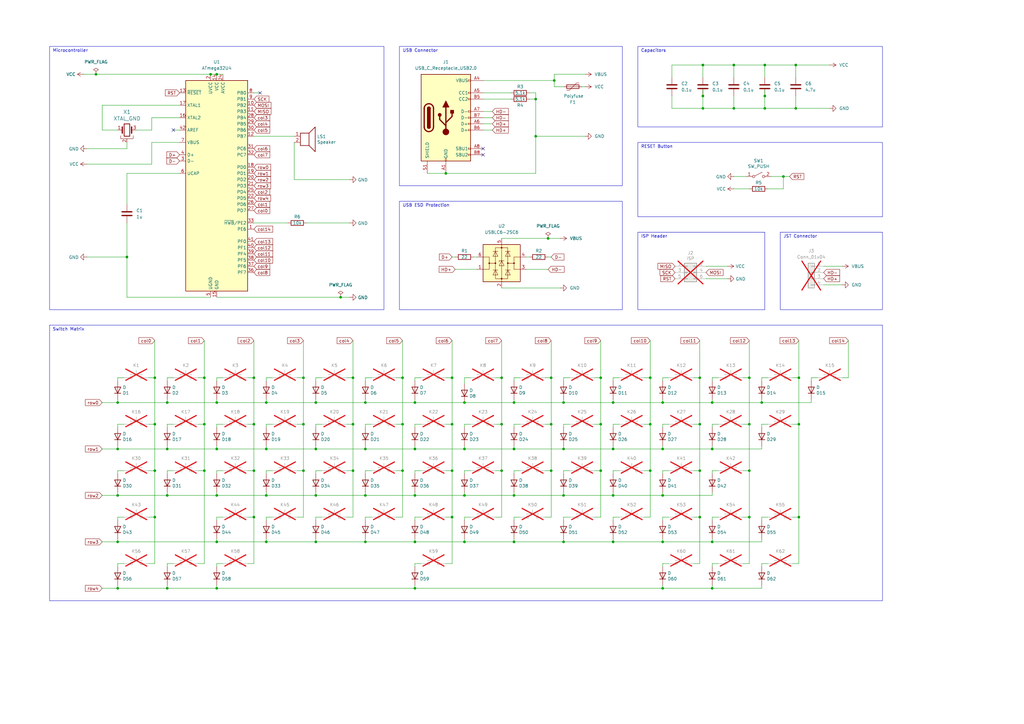
<source format=kicad_sch>
(kicad_sch (version 20231120) (generator "eeschema") (generator_version "8.0")
  (paper "A3")
  (junction (at 109.22 184.15) (diameter 0.9144))
  (junction (at 129.54 203.2) (diameter 0.9144))
  (junction (at 251.46 203.2) (diameter 0.9144))
  (junction (at 307.34 173.99))
  (junction (at 170.18 203.2) (diameter 0.9144))
  (junction (at 307.34 193.04))
  (junction (at 226.06 193.04))
  (junction (at 190.5 203.2) (diameter 0.9144))
  (junction (at 292.1 165.1) (diameter 0.9144))
  (junction (at 83.82 173.99))
  (junction (at 109.22 203.2) (diameter 0.9144))
  (junction (at 185.42 193.04))
  (junction (at 266.7 193.04))
  (junction (at 39.37 30.48))
  (junction (at 231.14 184.15) (diameter 0.9144))
  (junction (at 83.82 193.04))
  (junction (at 287.02 154.94))
  (junction (at 266.7 173.99))
  (junction (at 165.1 173.99))
  (junction (at 251.46 184.15) (diameter 0.9144))
  (junction (at 149.86 184.15) (diameter 0.9144))
  (junction (at 185.42 173.99))
  (junction (at 326.39 26.67))
  (junction (at 288.29 26.67))
  (junction (at 149.86 165.1) (diameter 0.9144))
  (junction (at 104.14 173.99))
  (junction (at 129.54 184.15) (diameter 0.9144))
  (junction (at 68.58 241.3))
  (junction (at 48.26 222.25))
  (junction (at 88.9 222.25) (diameter 0.9144))
  (junction (at 226.06 173.99))
  (junction (at 326.39 44.45))
  (junction (at 88.9 241.3) (diameter 0.9144))
  (junction (at 48.26 184.15))
  (junction (at 327.66 212.09))
  (junction (at 219.71 55.88))
  (junction (at 170.18 241.3) (diameter 0.9144))
  (junction (at 185.42 154.94))
  (junction (at 63.5 154.94))
  (junction (at 48.26 165.1))
  (junction (at 287.02 193.04))
  (junction (at 231.14 222.25) (diameter 0.9144))
  (junction (at 83.82 154.94))
  (junction (at 312.42 165.1))
  (junction (at 165.1 193.04))
  (junction (at 139.7 121.92))
  (junction (at 210.82 222.25) (diameter 0.9144))
  (junction (at 205.74 173.99))
  (junction (at 88.9 184.15) (diameter 0.9144))
  (junction (at 63.5 212.09))
  (junction (at 170.18 184.15) (diameter 0.9144))
  (junction (at 149.86 222.25) (diameter 0.9144))
  (junction (at 190.5 222.25) (diameter 0.9144))
  (junction (at 144.78 154.94))
  (junction (at 129.54 165.1) (diameter 0.9144))
  (junction (at 88.9 203.2) (diameter 0.9144))
  (junction (at 288.29 39.37))
  (junction (at 231.14 203.2) (diameter 0.9144))
  (junction (at 124.46 154.94))
  (junction (at 231.14 165.1) (diameter 0.9144))
  (junction (at 292.1 222.25))
  (junction (at 124.46 173.99))
  (junction (at 292.1 241.3))
  (junction (at 165.1 154.94))
  (junction (at 63.5 173.99))
  (junction (at 124.46 193.04))
  (junction (at 129.54 222.25) (diameter 0.9144))
  (junction (at 287.02 212.09))
  (junction (at 190.5 165.1) (diameter 0.9144))
  (junction (at 266.7 154.94))
  (junction (at 88.9 165.1) (diameter 0.9144))
  (junction (at 68.58 184.15))
  (junction (at 313.69 26.67))
  (junction (at 210.82 184.15) (diameter 0.9144))
  (junction (at 170.18 165.1) (diameter 0.9144))
  (junction (at 224.79 97.79))
  (junction (at 210.82 203.2) (diameter 0.9144))
  (junction (at 109.22 222.25) (diameter 0.9144))
  (junction (at 287.02 173.99))
  (junction (at 307.34 154.94))
  (junction (at 246.38 154.94))
  (junction (at 251.46 222.25) (diameter 0.9144))
  (junction (at 327.66 173.99))
  (junction (at 205.74 193.04))
  (junction (at 144.78 173.99))
  (junction (at 185.42 212.09))
  (junction (at 271.78 241.3) (diameter 0.9144))
  (junction (at 68.58 165.1))
  (junction (at 144.78 193.04))
  (junction (at 170.18 222.25) (diameter 0.9144))
  (junction (at 182.88 71.12))
  (junction (at 271.78 203.2) (diameter 0.9144))
  (junction (at 86.36 30.48))
  (junction (at 327.66 154.94))
  (junction (at 307.34 212.09))
  (junction (at 63.5 193.04))
  (junction (at 52.07 105.41))
  (junction (at 271.78 165.1) (diameter 0.9144))
  (junction (at 104.14 154.94))
  (junction (at 271.78 184.15) (diameter 0.9144))
  (junction (at 210.82 165.1) (diameter 0.9144))
  (junction (at 48.26 241.3))
  (junction (at 104.14 193.04))
  (junction (at 246.38 193.04))
  (junction (at 205.74 154.94))
  (junction (at 300.99 44.45))
  (junction (at 313.69 44.45))
  (junction (at 88.9 30.48))
  (junction (at 190.5 184.15) (diameter 0.9144))
  (junction (at 109.22 165.1) (diameter 0.9144))
  (junction (at 219.71 40.64))
  (junction (at 271.78 222.25) (diameter 0.9144))
  (junction (at 104.14 212.09))
  (junction (at 226.06 154.94))
  (junction (at 321.31 72.39) (diameter 0.9144))
  (junction (at 149.86 203.2) (diameter 0.9144))
  (junction (at 68.58 203.2))
  (junction (at 292.1 184.15))
  (junction (at 246.38 173.99))
  (junction (at 313.69 39.37))
  (junction (at 288.29 44.45))
  (junction (at 227.33 33.02))
  (junction (at 300.99 26.67))
  (junction (at 251.46 165.1) (diameter 0.9144))
  (junction (at 48.26 203.2))
  (no_connect (at 198.12 63.5))
  (no_connect (at 71.12 53.34))
  (no_connect (at 106.68 38.1))
  (no_connect (at 198.12 60.96))
  (wire (pts (xy 300.99 44.45) (xy 313.69 44.45)))
  (wire (pts (xy 41.91 222.25) (xy 48.26 222.25)))
  (wire (pts (xy 304.8 173.99) (xy 307.34 173.99)))
  (wire (pts (xy 88.9 212.09) (xy 91.44 212.09)))
  (wire (pts (xy 129.54 154.94) (xy 132.08 154.94)))
  (wire (pts (xy 86.36 30.48) (xy 88.9 30.48)))
  (wire (pts (xy 266.7 154.94) (xy 266.7 173.99)))
  (wire (pts (xy 198.12 38.1) (xy 209.55 38.1)))
  (wire (pts (xy 63.5 173.99) (xy 63.5 193.04)))
  (wire (pts (xy 190.5 194.31) (xy 190.5 193.04)))
  (wire (pts (xy 304.8 193.04) (xy 307.34 193.04)))
  (wire (pts (xy 68.58 241.3) (xy 88.9 241.3)))
  (wire (pts (xy 48.26 165.1) (xy 68.58 165.1)))
  (wire (pts (xy 109.22 213.36) (xy 109.22 212.09)))
  (wire (pts (xy 251.46 220.98) (xy 251.46 222.25)))
  (wire (pts (xy 292.1 165.1) (xy 312.42 165.1)))
  (wire (pts (xy 312.42 165.1) (xy 332.74 165.1)))
  (wire (pts (xy 186.69 105.41) (xy 185.42 105.41)))
  (wire (pts (xy 101.6 154.94) (xy 104.14 154.94)))
  (wire (pts (xy 251.46 184.15) (xy 271.78 184.15)))
  (wire (pts (xy 227.33 30.48) (xy 227.33 33.02)))
  (wire (pts (xy 231.14 220.98) (xy 231.14 222.25)))
  (wire (pts (xy 231.14 194.31) (xy 231.14 193.04)))
  (wire (pts (xy 129.54 175.26) (xy 129.54 173.99)))
  (wire (pts (xy 271.78 201.93) (xy 271.78 203.2)))
  (wire (pts (xy 271.78 173.99) (xy 274.32 173.99)))
  (wire (pts (xy 149.86 201.93) (xy 149.86 203.2)))
  (wire (pts (xy 129.54 194.31) (xy 129.54 193.04)))
  (wire (pts (xy 48.26 173.99) (xy 50.8 173.99)))
  (wire (pts (xy 170.18 222.25) (xy 190.5 222.25)))
  (wire (pts (xy 142.24 173.99) (xy 144.78 173.99)))
  (wire (pts (xy 271.78 194.31) (xy 271.78 193.04)))
  (wire (pts (xy 83.82 173.99) (xy 83.82 193.04)))
  (wire (pts (xy 124.46 173.99) (xy 124.46 193.04)))
  (wire (pts (xy 129.54 156.21) (xy 129.54 154.94)))
  (wire (pts (xy 149.86 220.98) (xy 149.86 222.25)))
  (wire (pts (xy 275.59 44.45) (xy 275.59 39.37)))
  (wire (pts (xy 275.59 44.45) (xy 288.29 44.45)))
  (wire (pts (xy 88.9 194.31) (xy 88.9 193.04)))
  (wire (pts (xy 271.78 203.2) (xy 292.1 203.2)))
  (wire (pts (xy 170.18 175.26) (xy 170.18 173.99)))
  (wire (pts (xy 251.46 182.88) (xy 251.46 184.15)))
  (wire (pts (xy 231.14 154.94) (xy 233.68 154.94)))
  (wire (pts (xy 104.14 139.7) (xy 104.14 154.94)))
  (wire (pts (xy 231.14 184.15) (xy 251.46 184.15)))
  (wire (pts (xy 321.31 72.39) (xy 321.31 77.47)))
  (wire (pts (xy 109.22 182.88) (xy 109.22 184.15)))
  (wire (pts (xy 39.37 30.48) (xy 86.36 30.48)))
  (wire (pts (xy 337.82 116.84) (xy 345.44 116.84)))
  (wire (pts (xy 264.16 173.99) (xy 266.7 173.99)))
  (wire (pts (xy 210.82 175.26) (xy 210.82 173.99)))
  (wire (pts (xy 313.69 44.45) (xy 326.39 44.45)))
  (wire (pts (xy 88.9 193.04) (xy 91.44 193.04)))
  (wire (pts (xy 292.1 163.83) (xy 292.1 165.1)))
  (wire (pts (xy 104.14 91.44) (xy 118.11 91.44)))
  (wire (pts (xy 170.18 213.36) (xy 170.18 212.09)))
  (wire (pts (xy 88.9 121.92) (xy 139.7 121.92)))
  (wire (pts (xy 35.56 67.31) (xy 62.23 67.31)))
  (wire (pts (xy 68.58 165.1) (xy 88.9 165.1)))
  (wire (pts (xy 120.65 73.66) (xy 143.51 73.66)))
  (wire (pts (xy 48.26 201.93) (xy 48.26 203.2)))
  (wire (pts (xy 170.18 173.99) (xy 172.72 173.99)))
  (wire (pts (xy 287.02 212.09) (xy 287.02 231.14)))
  (wire (pts (xy 68.58 163.83) (xy 68.58 165.1)))
  (wire (pts (xy 224.79 110.49) (xy 215.9 110.49)))
  (wire (pts (xy 292.1 241.3) (xy 271.78 241.3)))
  (wire (pts (xy 109.22 184.15) (xy 129.54 184.15)))
  (wire (pts (xy 88.9 231.14) (xy 91.44 231.14)))
  (wire (pts (xy 81.28 173.99) (xy 83.82 173.99)))
  (wire (pts (xy 149.86 203.2) (xy 129.54 203.2)))
  (wire (pts (xy 63.5 231.14) (xy 63.5 212.09)))
  (wire (pts (xy 205.74 97.79) (xy 224.79 97.79)))
  (wire (pts (xy 149.86 163.83) (xy 149.86 165.1)))
  (wire (pts (xy 223.52 154.94) (xy 226.06 154.94)))
  (wire (pts (xy 104.14 193.04) (xy 104.14 212.09)))
  (wire (pts (xy 227.33 30.48) (xy 240.03 30.48)))
  (wire (pts (xy 326.39 44.45) (xy 326.39 39.37)))
  (wire (pts (xy 264.16 212.09) (xy 266.7 212.09)))
  (wire (pts (xy 327.66 173.99) (xy 327.66 212.09)))
  (wire (pts (xy 139.7 121.92) (xy 143.51 121.92)))
  (wire (pts (xy 52.07 91.44) (xy 52.07 105.41)))
  (wire (pts (xy 203.2 193.04) (xy 205.74 193.04)))
  (wire (pts (xy 41.91 53.34) (xy 48.26 53.34)))
  (wire (pts (xy 238.76 35.56) (xy 240.03 35.56)))
  (wire (pts (xy 109.22 173.99) (xy 111.76 173.99)))
  (wire (pts (xy 264.16 154.94) (xy 266.7 154.94)))
  (wire (pts (xy 271.78 193.04) (xy 274.32 193.04)))
  (wire (pts (xy 312.42 173.99) (xy 314.96 173.99)))
  (wire (pts (xy 129.54 184.15) (xy 149.86 184.15)))
  (wire (pts (xy 41.91 184.15) (xy 48.26 184.15)))
  (wire (pts (xy 170.18 203.2) (xy 149.86 203.2)))
  (wire (pts (xy 300.99 77.47) (xy 307.34 77.47)))
  (wire (pts (xy 170.18 231.14) (xy 170.18 232.41)))
  (wire (pts (xy 48.26 231.14) (xy 48.26 232.41)))
  (wire (pts (xy 210.82 173.99) (xy 213.36 173.99)))
  (wire (pts (xy 101.6 173.99) (xy 104.14 173.99)))
  (wire (pts (xy 190.5 157.48) (xy 190.5 154.94)))
  (wire (pts (xy 165.1 154.94) (xy 165.1 173.99)))
  (wire (pts (xy 185.42 154.94) (xy 185.42 173.99)))
  (wire (pts (xy 41.91 165.1) (xy 48.26 165.1)))
  (wire (pts (xy 101.6 212.09) (xy 104.14 212.09)))
  (wire (pts (xy 162.56 193.04) (xy 165.1 193.04)))
  (wire (pts (xy 292.1 213.36) (xy 292.1 212.09)))
  (wire (pts (xy 288.29 36.83) (xy 288.29 39.37)))
  (wire (pts (xy 251.46 194.31) (xy 251.46 193.04)))
  (wire (pts (xy 81.28 154.94) (xy 83.82 154.94)))
  (wire (pts (xy 88.9 213.36) (xy 88.9 212.09)))
  (wire (pts (xy 68.58 194.31) (xy 68.58 193.04)))
  (wire (pts (xy 231.14 201.93) (xy 231.14 203.2)))
  (wire (pts (xy 101.6 193.04) (xy 104.14 193.04)))
  (wire (pts (xy 190.5 193.04) (xy 193.04 193.04)))
  (wire (pts (xy 332.74 154.94) (xy 335.28 154.94)))
  (wire (pts (xy 109.22 203.2) (xy 88.9 203.2)))
  (wire (pts (xy 109.22 220.98) (xy 109.22 222.25)))
  (wire (pts (xy 316.23 72.39) (xy 321.31 72.39)))
  (wire (pts (xy 307.34 193.04) (xy 307.34 212.09)))
  (wire (pts (xy 121.92 212.09) (xy 124.46 212.09)))
  (wire (pts (xy 55.88 53.34) (xy 62.23 53.34)))
  (wire (pts (xy 203.2 212.09) (xy 205.74 212.09)))
  (wire (pts (xy 48.26 222.25) (xy 88.9 222.25)))
  (wire (pts (xy 63.5 154.94) (xy 63.5 173.99)))
  (wire (pts (xy 170.18 241.3) (xy 271.78 241.3)))
  (wire (pts (xy 142.24 154.94) (xy 144.78 154.94)))
  (wire (pts (xy 271.78 184.15) (xy 292.1 184.15)))
  (wire (pts (xy 125.73 91.44) (xy 143.51 91.44)))
  (wire (pts (xy 68.58 156.21) (xy 68.58 154.94)))
  (wire (pts (xy 48.26 184.15) (xy 68.58 184.15)))
  (wire (pts (xy 326.39 26.67) (xy 326.39 31.75)))
  (wire (pts (xy 165.1 193.04) (xy 165.1 212.09)))
  (wire (pts (xy 63.5 139.7) (xy 63.5 154.94)))
  (wire (pts (xy 201.93 45.72) (xy 198.12 45.72)))
  (wire (pts (xy 312.42 154.94) (xy 314.96 154.94)))
  (wire (pts (xy 292.1 184.15) (xy 312.42 184.15)))
  (wire (pts (xy 198.12 33.02) (xy 227.33 33.02)))
  (wire (pts (xy 41.91 43.18) (xy 73.66 43.18)))
  (wire (pts (xy 219.71 55.88) (xy 219.71 71.12)))
  (wire (pts (xy 88.9 182.88) (xy 88.9 184.15)))
  (wire (pts (xy 219.71 55.88) (xy 240.03 55.88)))
  (wire (pts (xy 205.74 154.94) (xy 205.74 173.99)))
  (wire (pts (xy 271.78 156.21) (xy 271.78 154.94)))
  (wire (pts (xy 129.54 173.99) (xy 132.08 173.99)))
  (wire (pts (xy 129.54 193.04) (xy 132.08 193.04)))
  (wire (pts (xy 271.78 231.14) (xy 274.32 231.14)))
  (wire (pts (xy 210.82 212.09) (xy 213.36 212.09)))
  (wire (pts (xy 292.1 154.94) (xy 294.64 154.94)))
  (wire (pts (xy 288.29 26.67) (xy 300.99 26.67)))
  (wire (pts (xy 170.18 240.03) (xy 170.18 241.3)))
  (wire (pts (xy 231.14 193.04) (xy 233.68 193.04)))
  (wire (pts (xy 48.26 240.03) (xy 48.26 241.3)))
  (wire (pts (xy 312.42 163.83) (xy 312.42 165.1)))
  (wire (pts (xy 312.42 184.15) (xy 312.42 182.88)))
  (wire (pts (xy 60.96 193.04) (xy 63.5 193.04)))
  (wire (pts (xy 226.06 139.7) (xy 226.06 154.94)))
  (wire (pts (xy 243.84 173.99) (xy 246.38 173.99)))
  (wire (pts (xy 144.78 173.99) (xy 144.78 193.04)))
  (wire (pts (xy 109.22 194.31) (xy 109.22 193.04)))
  (wire (pts (xy 231.14 163.83) (xy 231.14 165.1)))
  (wire (pts (xy 190.5 165.1) (xy 210.82 165.1)))
  (wire (pts (xy 185.42 139.7) (xy 185.42 154.94)))
  (wire (pts (xy 195.58 105.41) (xy 194.31 105.41)))
  (wire (pts (xy 327.66 154.94) (xy 327.66 173.99)))
  (wire (pts (xy 292.1 231.14) (xy 294.64 231.14)))
  (wire (pts (xy 63.5 193.04) (xy 63.5 212.09)))
  (wire (pts (xy 227.33 35.56) (xy 231.14 35.56)))
  (wire (pts (xy 271.78 240.03) (xy 271.78 241.3)))
  (wire (pts (xy 231.14 203.2) (xy 210.82 203.2)))
  (wire (pts (xy 243.84 154.94) (xy 246.38 154.94)))
  (wire (pts (xy 288.29 26.67) (xy 288.29 31.75)))
  (wire (pts (xy 68.58 182.88) (xy 68.58 184.15)))
  (wire (pts (xy 312.42 212.09) (xy 314.96 212.09)))
  (wire (pts (xy 271.78 175.26) (xy 271.78 173.99)))
  (wire (pts (xy 251.46 203.2) (xy 231.14 203.2)))
  (wire (pts (xy 292.1 175.26) (xy 292.1 173.99)))
  (wire (pts (xy 190.5 212.09) (xy 193.04 212.09)))
  (wire (pts (xy 231.14 222.25) (xy 251.46 222.25)))
  (wire (pts (xy 162.56 154.94) (xy 165.1 154.94)))
  (wire (pts (xy 149.86 222.25) (xy 170.18 222.25)))
  (wire (pts (xy 190.5 220.98) (xy 190.5 222.25)))
  (wire (pts (xy 243.84 193.04) (xy 246.38 193.04)))
  (wire (pts (xy 325.12 212.09) (xy 327.66 212.09)))
  (wire (pts (xy 165.1 139.7) (xy 165.1 154.94)))
  (wire (pts (xy 48.26 175.26) (xy 48.26 173.99)))
  (wire (pts (xy 325.12 231.14) (xy 327.66 231.14)))
  (wire (pts (xy 210.82 163.83) (xy 210.82 165.1)))
  (wire (pts (xy 129.54 165.1) (xy 149.86 165.1)))
  (wire (pts (xy 170.18 201.93) (xy 170.18 203.2)))
  (wire (pts (xy 287.02 154.94) (xy 287.02 173.99)))
  (wire (pts (xy 101.6 231.14) (xy 104.14 231.14)))
  (wire (pts (xy 227.33 33.02) (xy 227.33 35.56)))
  (wire (pts (xy 182.88 231.14) (xy 185.42 231.14)))
  (wire (pts (xy 198.12 40.64) (xy 209.55 40.64)))
  (wire (pts (xy 121.92 193.04) (xy 124.46 193.04)))
  (wire (pts (xy 292.1 201.93) (xy 292.1 203.2)))
  (wire (pts (xy 288.29 44.45) (xy 300.99 44.45)))
  (wire (pts (xy 205.74 173.99) (xy 205.74 193.04)))
  (wire (pts (xy 229.87 118.11) (xy 205.74 118.11)))
  (wire (pts (xy 149.86 193.04) (xy 152.4 193.04)))
  (wire (pts (xy 52.07 105.41) (xy 52.07 121.92)))
  (wire (pts (xy 109.22 201.93) (xy 109.22 203.2)))
  (wire (pts (xy 88.9 30.48) (xy 91.44 30.48)))
  (wire (pts (xy 312.42 231.14) (xy 312.42 232.41)))
  (wire (pts (xy 275.59 26.67) (xy 275.59 31.75)))
  (wire (pts (xy 60.96 173.99) (xy 63.5 173.99)))
  (wire (pts (xy 165.1 173.99) (xy 165.1 193.04)))
  (wire (pts (xy 149.86 194.31) (xy 149.86 193.04)))
  (wire (pts (xy 88.9 154.94) (xy 91.44 154.94)))
  (wire (pts (xy 300.99 72.39) (xy 306.07 72.39)))
  (wire (pts (xy 175.26 71.12) (xy 182.88 71.12)))
  (wire (pts (xy 210.82 194.31) (xy 210.82 193.04)))
  (wire (pts (xy 109.22 165.1) (xy 129.54 165.1)))
  (wire (pts (xy 68.58 203.2) (xy 88.9 203.2)))
  (wire (pts (xy 313.69 26.67) (xy 313.69 31.75)))
  (wire (pts (xy 292.1 182.88) (xy 292.1 184.15)))
  (wire (pts (xy 88.9 165.1) (xy 109.22 165.1)))
  (wire (pts (xy 35.56 60.96) (xy 52.07 60.96)))
  (wire (pts (xy 243.84 212.09) (xy 246.38 212.09)))
  (wire (pts (xy 182.88 154.94) (xy 185.42 154.94)))
  (wire (pts (xy 88.9 240.03) (xy 88.9 241.3)))
  (wire (pts (xy 48.26 203.2) (xy 68.58 203.2)))
  (wire (pts (xy 48.26 212.09) (xy 50.8 212.09)))
  (wire (pts (xy 129.54 220.98) (xy 129.54 222.25)))
  (wire (pts (xy 304.8 212.09) (xy 307.34 212.09)))
  (wire (pts (xy 231.14 182.88) (xy 231.14 184.15)))
  (wire (pts (xy 210.82 220.98) (xy 210.82 222.25)))
  (wire (pts (xy 109.22 163.83) (xy 109.22 165.1)))
  (wire (pts (xy 149.86 175.26) (xy 149.86 173.99)))
  (wire (pts (xy 326.39 44.45) (xy 340.36 44.45)))
  (wire (pts (xy 62.23 58.42) (xy 73.66 58.42)))
  (wire (pts (xy 121.92 154.94) (xy 124.46 154.94)))
  (wire (pts (xy 226.06 154.94) (xy 226.06 173.99)))
  (wire (pts (xy 292.1 193.04) (xy 294.64 193.04)))
  (wire (pts (xy 284.48 212.09) (xy 287.02 212.09)))
  (wire (pts (xy 271.78 163.83) (xy 271.78 165.1)))
  (wire (pts (xy 292.1 173.99) (xy 294.64 173.99)))
  (wire (pts (xy 88.9 220.98) (xy 88.9 222.25)))
  (wire (pts (xy 83.82 139.7) (xy 83.82 154.94)))
  (wire (pts (xy 48.26 241.3) (xy 41.91 241.3)))
  (wire (pts (xy 251.46 156.21) (xy 251.46 154.94)))
  (wire (pts (xy 231.14 212.09) (xy 233.68 212.09)))
  (wire (pts (xy 307.34 212.09) (xy 307.34 231.14)))
  (wire (pts (xy 48.26 213.36) (xy 48.26 212.09)))
  (wire (pts (xy 312.42 213.36) (xy 312.42 212.09)))
  (wire (pts (xy 226.06 105.41) (xy 224.79 105.41)))
  (wire (pts (xy 284.48 173.99) (xy 287.02 173.99)))
  (wire (pts (xy 124.46 139.7) (xy 124.46 154.94)))
  (wire (pts (xy 292.1 194.31) (xy 292.1 193.04)))
  (wire (pts (xy 251.46 165.1) (xy 271.78 165.1)))
  (wire (pts (xy 321.31 77.47) (xy 314.96 77.47)))
  (wire (pts (xy 337.82 109.22) (xy 345.44 109.22)))
  (wire (pts (xy 48.26 220.98) (xy 48.26 222.25)))
  (wire (pts (xy 170.18 154.94) (xy 172.72 154.94)))
  (wire (pts (xy 201.93 50.8) (xy 198.12 50.8)))
  (wire (pts (xy 201.93 48.26) (xy 198.12 48.26)))
  (wire (pts (xy 292.1 231.14) (xy 292.1 232.41)))
  (wire (pts (xy 170.18 241.3) (xy 88.9 241.3)))
  (wire (pts (xy 307.34 173.99) (xy 307.34 193.04)))
  (wire (pts (xy 219.71 40.64) (xy 217.17 40.64)))
  (wire (pts (xy 52.07 60.96) (xy 52.07 58.42)))
  (wire (pts (xy 190.5 184.15) (xy 210.82 184.15)))
  (wire (pts (xy 121.92 173.99) (xy 124.46 173.99)))
  (wire (pts (xy 129.54 213.36) (xy 129.54 212.09)))
  (wire (pts (xy 251.46 173.99) (xy 254 173.99)))
  (wire (pts (xy 190.5 222.25) (xy 210.82 222.25)))
  (wire (pts (xy 292.1 220.98) (xy 292.1 222.25)))
  (wire (pts (xy 347.98 139.7) (xy 347.98 154.94)))
  (wire (pts (xy 129.54 222.25) (xy 149.86 222.25)))
  (wire (pts (xy 326.39 26.67) (xy 340.36 26.67)))
  (wire (pts (xy 251.46 213.36) (xy 251.46 212.09)))
  (wire (pts (xy 307.34 139.7) (xy 307.34 154.94)))
  (wire (pts (xy 332.74 165.1) (xy 332.74 163.83)))
  (wire (pts (xy 219.71 40.64) (xy 219.71 55.88)))
  (wire (pts (xy 300.99 26.67) (xy 300.99 31.75)))
  (wire (pts (xy 124.46 154.94) (xy 124.46 173.99)))
  (wire (pts (xy 219.71 38.1) (xy 219.71 40.64)))
  (wire (pts (xy 48.26 194.31) (xy 48.26 193.04)))
  (wire (pts (xy 60.96 212.09) (xy 63.5 212.09)))
  (wire (pts (xy 210.82 213.36) (xy 210.82 212.09)))
  (wire (pts (xy 323.85 72.39) (xy 321.31 72.39)))
  (wire (pts (xy 48.26 241.3) (xy 68.58 241.3)))
  (wire (pts (xy 170.18 231.14) (xy 172.72 231.14)))
  (wire (pts (xy 271.78 231.14) (xy 271.78 232.41)))
  (wire (pts (xy 149.86 184.15) (xy 170.18 184.15)))
  (wire (pts (xy 52.07 71.12) (xy 73.66 71.12)))
  (wire (pts (xy 271.78 220.98) (xy 271.78 222.25)))
  (wire (pts (xy 142.24 212.09) (xy 144.78 212.09)))
  (wire (pts (xy 231.14 173.99) (xy 233.68 173.99)))
  (wire (pts (xy 266.7 139.7) (xy 266.7 154.94)))
  (wire (pts (xy 246.38 154.94) (xy 246.38 173.99)))
  (wire (pts (xy 81.28 231.14) (xy 83.82 231.14)))
  (wire (pts (xy 149.86 182.88) (xy 149.86 184.15)))
  (wire (pts (xy 300.99 26.67) (xy 313.69 26.67)))
  (wire (pts (xy 251.46 201.93) (xy 251.46 203.2)))
  (wire (pts (xy 325.12 173.99) (xy 327.66 173.99)))
  (wire (pts (xy 292.1 156.21) (xy 292.1 154.94)))
  (wire (pts (xy 68.58 201.93) (xy 68.58 203.2)))
  (wire (pts (xy 62.23 48.26) (xy 73.66 48.26)))
  (wire (pts (xy 251.46 154.94) (xy 254 154.94)))
  (wire (pts (xy 48.26 231.14) (xy 50.8 231.14)))
  (wire (pts (xy 347.98 154.94) (xy 345.44 154.94)))
  (wire (pts (xy 210.82 193.04) (xy 213.36 193.04)))
  (wire (pts (xy 109.22 212.09) (xy 111.76 212.09)))
  (wire (pts (xy 88.9 222.25) (xy 109.22 222.25)))
  (wire (pts (xy 170.18 165.1) (xy 190.5 165.1)))
  (wire (pts (xy 52.07 121.92) (xy 86.36 121.92)))
  (wire (pts (xy 298.45 109.22) (xy 289.56 109.22)))
  (wire (pts (xy 226.06 193.04) (xy 226.06 212.09)))
  (wire (pts (xy 284.48 193.04) (xy 287.02 193.04)))
  (wire (pts (xy 304.8 231.14) (xy 307.34 231.14)))
  (wire (pts (xy 312.42 222.25) (xy 312.42 220.98)))
  (wire (pts (xy 71.12 53.34) (xy 73.66 53.34)))
  (wire (pts (xy 62.23 48.26) (xy 62.23 53.34)))
  (wire (pts (xy 226.06 173.99) (xy 226.06 193.04)))
  (wire (pts (xy 287.02 193.04) (xy 287.02 212.09)))
  (wire (pts (xy 182.88 193.04) (xy 185.42 193.04)))
  (wire (pts (xy 210.82 156.21) (xy 210.82 154.94)))
  (wire (pts (xy 62.23 67.31) (xy 62.23 58.42)))
  (wire (pts (xy 109.22 193.04) (xy 111.76 193.04)))
  (wire (pts (xy 271.78 222.25) (xy 292.1 222.25)))
  (wire (pts (xy 109.22 156.21) (xy 109.22 154.94)))
  (wire (pts (xy 48.26 182.88) (xy 48.26 184.15)))
  (wire (pts (xy 251.46 193.04) (xy 254 193.04)))
  (wire (pts (xy 144.78 154.94) (xy 144.78 173.99)))
  (wire (pts (xy 68.58 231.14) (xy 68.58 232.41)))
  (wire (pts (xy 104.14 154.94) (xy 104.14 173.99)))
  (wire (pts (xy 190.5 175.26) (xy 190.5 173.99)))
  (wire (pts (xy 83.82 154.94) (xy 83.82 173.99)))
  (wire (pts (xy 205.74 139.7) (xy 205.74 154.94)))
  (wire (pts (xy 190.5 154.94) (xy 193.04 154.94)))
  (wire (pts (xy 170.18 220.98) (xy 170.18 222.25)))
  (wire (pts (xy 88.9 184.15) (xy 109.22 184.15)))
  (wire (pts (xy 266.7 173.99) (xy 266.7 193.04)))
  (wire (pts (xy 304.8 154.94) (xy 307.34 154.94)))
  (wire (pts (xy 190.5 173.99) (xy 193.04 173.99)))
  (wire (pts (xy 185.42 173.99) (xy 185.42 193.04)))
  (wire (pts (xy 312.42 175.26) (xy 312.42 173.99)))
  (wire (pts (xy 124.46 193.04) (xy 124.46 212.09)))
  (wire (pts (xy 288.29 44.45) (xy 288.29 39.37)))
  (wire (pts (xy 52.07 71.12) (xy 52.07 83.82)))
  (wire (pts (xy 149.86 213.36) (xy 149.86 212.09)))
  (wire (pts (xy 170.18 163.83) (xy 170.18 165.1)))
  (wire (pts (xy 292.1 212.09) (xy 294.64 212.09)))
  (wire (pts (xy 312.42 231.14) (xy 314.96 231.14)))
  (wire (pts (xy 251.46 212.09) (xy 254 212.09)))
  (wire (pts (xy 210.82 201.93) (xy 210.82 203.2)))
  (wire (pts (xy 170.18 156.21) (xy 170.18 154.94)))
  (wire (pts (xy 149.86 154.94) (xy 152.4 154.94)))
  (wire (pts (xy 68.58 173.99) (xy 71.12 173.99)))
  (wire (pts (xy 231.14 213.36) (xy 231.14 212.09)))
  (wire (pts (xy 149.86 165.1) (xy 170.18 165.1)))
  (wire (pts (xy 142.24 193.04) (xy 144.78 193.04)))
  (wire (pts (xy 271.78 154.94) (xy 274.32 154.94)))
  (wire (pts (xy 186.69 110.49) (xy 195.58 110.49)))
  (wire (pts (xy 182.88 212.09) (xy 185.42 212.09)))
  (wire (pts (xy 48.26 193.04) (xy 50.8 193.04)))
  (wire (pts (xy 190.5 213.36) (xy 190.5 212.09)))
  (wire (pts (xy 205.74 193.04) (xy 205.74 212.09)))
  (wire (pts (xy 41.91 43.18) (xy 41.91 53.34)))
  (wire (pts (xy 170.18 212.09) (xy 172.72 212.09)))
  (wire (pts (xy 251.46 163.83) (xy 251.46 165.1)))
  (wire (pts (xy 300.99 44.45) (xy 300.99 39.37)))
  (wire (pts (xy 287.02 139.7) (xy 287.02 154.94)))
  (wire (pts (xy 271.78 165.1) (xy 292.1 165.1)))
  (wire (pts (xy 109.22 222.25) (xy 129.54 222.25)))
  (wire (pts (xy 68.58 175.26) (xy 68.58 173.99)))
  (wire (pts (xy 149.86 212.09) (xy 152.4 212.09)))
  (wire (pts (xy 271.78 213.36) (xy 271.78 212.09)))
  (wire (pts (xy 109.22 154.94) (xy 111.76 154.94)))
  (wire (pts (xy 231.14 165.1) (xy 251.46 165.1)))
  (wire (pts (xy 39.37 30.48) (xy 34.29 30.48)))
  (wire (pts (xy 144.78 193.04) (xy 144.78 212.09)))
  (wire (pts (xy 48.26 163.83) (xy 48.26 165.1)))
  (wire (pts (xy 88.9 163.83) (xy 88.9 165.1)))
  (wire (pts (xy 223.52 173.99) (xy 226.06 173.99)))
  (wire (pts (xy 332.74 156.21) (xy 332.74 154.94)))
  (wire (pts (xy 162.56 212.09) (xy 165.1 212.09)))
  (wire (pts (xy 104.14 55.88) (xy 120.65 55.88)))
  (wire (pts (xy 68.58 184.15) (xy 88.9 184.15)))
  (wire (pts (xy 271.78 182.88) (xy 271.78 184.15)))
  (wire (pts (xy 81.28 193.04) (xy 83.82 193.04)))
  (wire (pts (xy 104.14 38.1) (xy 106.68 38.1)))
  (wire (pts (xy 292.1 240.03) (xy 292.1 241.3)))
  (wire (pts (xy 120.65 58.42) (xy 120.65 73.66)))
  (wire (pts (xy 223.52 212.09) (xy 226.06 212.09)))
  (wire (pts (xy 68.58 240.03) (xy 68.58 241.3)))
  (wire (pts (xy 170.18 194.31) (xy 170.18 193.04)))
  (wire (pts (xy 307.34 154.94) (xy 307.34 173.99)))
  (wire (pts (xy 312.42 156.21) (xy 312.42 154.94)))
  (wire (pts (xy 203.2 154.94) (xy 205.74 154.94)))
  (wire (pts (xy 144.78 139.7) (xy 144.78 154.94)))
  (wire (pts (xy 313.69 44.45) (xy 313.69 39.37)))
  (wire (pts (xy 60.96 231.14) (xy 63.5 231.14)))
  (wire (pts (xy 312.42 241.3) (xy 312.42 240.03)))
  (wire (pts (xy 170.18 182.88) (xy 170.18 184.15)))
  (wire (pts (xy 292.1 222.25) (xy 312.42 222.25)))
  (wire (pts (xy 149.86 173.99) (xy 152.4 173.99)))
  (wire (pts (xy 210.82 182.88) (xy 210.82 184.15)))
  (wire (pts (xy 264.16 193.04) (xy 266.7 193.04)))
  (wire (pts (xy 251.46 175.26) (xy 251.46 173.99)))
  (wire (pts (xy 284.48 231.14) (xy 287.02 231.14)))
  (wire (pts (xy 224.79 97.79) (xy 229.87 97.79)))
  (wire (pts (xy 88.9 175.26) (xy 88.9 173.99)))
  (wire (pts (xy 104.14 212.09) (xy 104.14 231.14)))
  (wire (pts (xy 48.26 156.21) (xy 48.26 154.94)))
  (wire (pts (xy 182.88 71.12) (xy 219.71 71.12)))
  (wire (pts (xy 217.17 105.41) (xy 215.9 105.41)))
  (wire (pts (xy 48.26 154.94) (xy 50.8 154.94)))
  (wire (pts (xy 201.93 53.34) (xy 198.12 53.34)))
  (wire (pts (xy 251.46 222.25) (xy 271.78 222.25)))
  (wire (pts (xy 170.18 184.15) (xy 190.5 184.15)))
  (wire (pts (xy 68.58 154.94) (xy 71.12 154.94)))
  (wire (pts (xy 271.78 212.09) (xy 274.32 212.09)))
  (wire (pts (xy 104.14 173.99) (xy 104.14 193.04)))
  (wire (pts (xy 210.82 203.2) (xy 190.5 203.2)))
  (wire (pts (xy 170.18 193.04) (xy 172.72 193.04)))
  (wire (pts (xy 48.26 203.2) (xy 41.91 203.2)))
  (wire (pts (xy 60.96 154.94) (xy 63.5 154.94)))
  (wire (pts (xy 210.82 165.1) (xy 231.14 165.1)))
  (wire (pts (xy 210.82 154.94) (xy 213.36 154.94)))
  (wire (pts (xy 266.7 193.04) (xy 266.7 212.09)))
  (wire (pts (xy 88.9 156.21) (xy 88.9 154.94)))
  (wire (pts (xy 185.42 193.04) (xy 185.42 212.09)))
  (wire (pts (xy 246.38 139.7) (xy 246.38 154.94)))
  (wire (pts (xy 68.58 231.14) (xy 71.12 231.14)))
  (wire (pts (xy 298.45 114.3) (xy 289.56 114.3)))
  (wire (pts (xy 88.9 231.14) (xy 88.9 232.41)))
  (wire (pts (xy 109.22 175.26) (xy 109.22 173.99)))
  (wire (pts (xy 327.66 139.7) (xy 327.66 154.94)))
  (wire (pts (xy 231.14 156.21) (xy 231.14 154.94)))
  (wire (pts (xy 284.48 154.94) (xy 287.02 154.94)))
  (wire (pts (xy 190.5 201.93) (xy 190.5 203.2)))
  (wire (pts (xy 327.66 212.09) (xy 327.66 231.14)))
  (wire (pts (xy 35.56 105.41) (xy 52.07 105.41)))
  (wire (pts (xy 217.17 38.1) (xy 219.71 38.1)))
  (wire (pts (xy 182.88 173.99) (xy 185.42 173.99)))
  (wire (pts (xy 129.54 182.88) (xy 129.54 184.15)))
  (wire (pts (xy 162.56 173.99) (xy 165.1 173.99)))
  (wire (pts (xy 312.42 241.3) (xy 292.1 241.3)))
  (wire (pts (xy 88.9 173.99) (xy 91.44 173.99)))
  (wire (pts (xy 68.58 193.04) (xy 71.12 193.04)))
  (wire (pts (xy 203.2 173.99) (xy 205.74 173.99)))
  (wire (pts (xy 88.9 201.93) (xy 88.9 203.2)))
  (wire (pts (xy 246.38 193.04) (xy 246.38 212.09)))
  (wire (pts (xy 313.69 36.83) (xy 313.69 39.37)))
  (wire (pts (xy 275.59 26.67) (xy 288.29 26.67)))
  (wire (pts (xy 223.52 193.04) (xy 226.06 193.04)))
  (wire (pts (xy 190.5 182.88) (xy 190.5 184.15)))
  (wire (pts (xy 129.54 201.93) (xy 129.54 203.2)))
  (wire (pts (xy 210.82 222.25) (xy 231.14 222.25)))
  (wire (pts (xy 190.5 203.2) (xy 170.18 203.2)))
  (wire (pts (xy 129.54 212.09) (xy 132.08 212.09)))
  (wire (pts (xy 325.12 154.94) (xy 327.66 154.94)))
  (wire (pts (xy 313.69 26.67) (xy 326.39 26.67)))
  (wire (pts (xy 210.82 184.15) (xy 231.14 184.15)))
  (wire (pts (xy 83.82 231.14) (xy 83.82 193.04)))
  (wire (pts (xy 231.14 175.26) (xy 231.14 173.99)))
  (wire (pts (xy 246.38 173.99) (xy 246.38 193.04)))
  (wire (pts (xy 149.86 156.21) (xy 149.86 154.94)))
  (wire (pts (xy 185.42 212.09) (xy 185.42 231.14)))
  (wire (pts (xy 271.78 203.2) (xy 251.46 203.2)))
  (wire (pts (xy 287.02 173.99) (xy 287.02 193.04)))
  (wire (pts (xy 129.54 203.2) (xy 109.22 203.2)))
  (wire (pts (xy 129.54 163.83) (xy 129.54 165.1)))
  (rectangle (start 261.62 19.05) (end 361.95 52.07))
  (rectangle (start 320.04 95.25) (end 361.95 127))
  (rectangle (start 163.83 19.05) (end 255.27 76.2))
  (rectangle (start 261.62 95.25) (end 313.69 127))
  (rectangle (start 163.83 82.55) (end 255.27 127))
  (rectangle (start 261.62 58.42) (end 361.95 88.9))
  (rectangle (start 20.32 133.35) (end 361.95 246.38))
  (rectangle (start 20.32 19.05) (end 157.48 127))
  (text "USB ESD Protection" (at 165.1 85.09 0) (effects (font (size 1.27 1.27)) (justify left bottom)))
  (text "RESET Button" (at 262.89 60.96 0) (effects (font (size 1.27 1.27)) (justify left bottom)))
  (text "JST Connector" (at 321.31 97.79 0) (effects (font (size 1.27 1.27)) (justify left bottom)))
  (text "Switch Matrix" (at 21.59 135.89 0) (effects (font (size 1.27 1.27)) (justify left bottom)))
  (text "Microcontroller" (at 21.59 21.59 0) (effects (font (size 1.27 1.27)) (justify left bottom)))
  (text "Capacitors" (at 262.89 21.59 0) (effects (font (size 1.27 1.27)) (justify left bottom)))
  (text "ISP Header" (at 262.89 97.79 0) (effects (font (size 1.27 1.27)) (justify left bottom)))
  (text "USB Connector" (at 165.1 21.59 0) (effects (font (size 1.27 1.27)) (justify left bottom)))
  (global_label "col9" (shape input) (at 246.38 139.7 180) (property "Intersheetrefs" "${INTERSHEET_REFS}" (effects (hide yes))))
  (global_label "col4" (shape input) (at 144.78 139.7 180) (property "Intersheetrefs" "${INTERSHEET_REFS}" (effects (hide yes))))
  (global_label "col11" (shape input) (at 104.14 104.14 0) (property "Intersheetrefs" "${INTERSHEET_REFS}" (effects (hide yes))))
  (global_label "row0" (shape input) (at 104.14 68.58 0) (property "Intersheetrefs" "${INTERSHEET_REFS}" (effects (hide yes))))
  (global_label "D+" (shape input) (at 185.42 105.41 180) (property "Intersheetrefs" "${INTERSHEET_REFS}" (effects (hide yes))))
  (global_label "row0" (shape input) (at 41.91 165.1 180) (property "Intersheetrefs" "${INTERSHEET_REFS}" (effects (hide yes))))
  (global_label "SCK" (shape input) (at 104.14 40.64 0) (property "Intersheetrefs" "${INTERSHEET_REFS}" (effects (hide yes))))
  (global_label "col4" (shape input) (at 104.14 50.8 0) (property "Intersheetrefs" "${INTERSHEET_REFS}" (effects (hide yes))))
  (global_label "row4" (shape input) (at 41.91 241.3 180) (property "Intersheetrefs" "${INTERSHEET_REFS}" (effects (hide yes))))
  (global_label "HD-" (shape input) (at 201.93 48.26 0) (property "Intersheetrefs" "${INTERSHEET_REFS}" (effects (hide yes))))
  (global_label "col8" (shape input) (at 104.14 111.76 0) (property "Intersheetrefs" "${INTERSHEET_REFS}" (effects (hide yes))))
  (global_label "RST" (shape input) (at 73.66 38.1 180) (property "Intersheetrefs" "${INTERSHEET_REFS}" (effects (hide yes))))
  (global_label "RST" (shape input) (at 323.85 72.39 0) (property "Intersheetrefs" "${INTERSHEET_REFS}" (effects (hide yes))))
  (global_label "col3" (shape input) (at 104.14 48.26 0) (property "Intersheetrefs" "${INTERSHEET_REFS}" (effects (hide yes))))
  (global_label "HD+" (shape input) (at 201.93 53.34 0) (property "Intersheetrefs" "${INTERSHEET_REFS}" (effects (hide yes))))
  (global_label "row1" (shape input) (at 41.91 184.15 180) (property "Intersheetrefs" "${INTERSHEET_REFS}" (effects (hide yes))))
  (global_label "MOSI" (shape input) (at 104.14 43.18 0) (property "Intersheetrefs" "${INTERSHEET_REFS}" (effects (hide yes))))
  (global_label "col0" (shape input) (at 104.14 86.36 0) (property "Intersheetrefs" "${INTERSHEET_REFS}" (effects (hide yes))))
  (global_label "col5" (shape input) (at 165.1 139.7 180) (property "Intersheetrefs" "${INTERSHEET_REFS}" (effects (hide yes))))
  (global_label "row2" (shape input) (at 104.14 73.66 0) (property "Intersheetrefs" "${INTERSHEET_REFS}" (effects (hide yes))))
  (global_label "SCK" (shape input) (at 276.86 111.76 180) (property "Intersheetrefs" "${INTERSHEET_REFS}" (effects (hide yes))))
  (global_label "col14" (shape input) (at 347.98 139.7 180) (property "Intersheetrefs" "${INTERSHEET_REFS}" (effects (hide yes))))
  (global_label "col2" (shape input) (at 104.14 78.74 0) (property "Intersheetrefs" "${INTERSHEET_REFS}" (effects (hide yes))))
  (global_label "col0" (shape input) (at 63.5 139.7 180) (property "Intersheetrefs" "${INTERSHEET_REFS}" (effects (hide yes))))
  (global_label "col2" (shape input) (at 104.14 139.7 180) (property "Intersheetrefs" "${INTERSHEET_REFS}" (effects (hide yes))))
  (global_label "HD+" (shape input) (at 186.69 110.49 180) (property "Intersheetrefs" "${INTERSHEET_REFS}" (effects (hide yes))))
  (global_label "col5" (shape input) (at 104.14 53.34 0) (property "Intersheetrefs" "${INTERSHEET_REFS}" (effects (hide yes))))
  (global_label "col13" (shape input) (at 104.14 99.06 0) (property "Intersheetrefs" "${INTERSHEET_REFS}" (effects (hide yes))))
  (global_label "D+" (shape input) (at 73.66 63.5 180) (property "Intersheetrefs" "${INTERSHEET_REFS}" (effects (hide yes))))
  (global_label "row2" (shape input) (at 41.91 203.2 180) (property "Intersheetrefs" "${INTERSHEET_REFS}" (effects (hide yes))))
  (global_label "MOSI" (shape input) (at 289.56 111.76 0) (property "Intersheetrefs" "${INTERSHEET_REFS}" (effects (hide yes))))
  (global_label "col1" (shape input) (at 104.14 83.82 0) (property "Intersheetrefs" "${INTERSHEET_REFS}" (effects (hide yes))))
  (global_label "col1" (shape input) (at 83.82 139.7 180) (property "Intersheetrefs" "${INTERSHEET_REFS}" (effects (hide yes))))
  (global_label "col6" (shape input) (at 104.14 60.96 0) (property "Intersheetrefs" "${INTERSHEET_REFS}" (effects (hide yes))))
  (global_label "col3" (shape input) (at 124.46 139.7 180) (property "Intersheetrefs" "${INTERSHEET_REFS}" (effects (hide yes))))
  (global_label "col7" (shape input) (at 104.14 63.5 0) (property "Intersheetrefs" "${INTERSHEET_REFS}" (effects (hide yes))))
  (global_label "HD-" (shape input) (at 337.82 111.76 0) (property "Intersheetrefs" "${INTERSHEET_REFS}" (effects (hide yes))))
  (global_label "row1" (shape input) (at 104.14 71.12 0) (property "Intersheetrefs" "${INTERSHEET_REFS}" (effects (hide yes))))
  (global_label "col6" (shape input) (at 185.42 139.7 180) (property "Intersheetrefs" "${INTERSHEET_REFS}" (effects (hide yes))))
  (global_label "MISO" (shape input) (at 104.14 45.72 0) (property "Intersheetrefs" "${INTERSHEET_REFS}" (effects (hide yes))))
  (global_label "HD-" (shape input) (at 201.93 45.72 0) (property "Intersheetrefs" "${INTERSHEET_REFS}" (effects (hide yes))))
  (global_label "col10" (shape input) (at 104.14 106.68 0) (property "Intersheetrefs" "${INTERSHEET_REFS}" (effects (hide yes))))
  (global_label "MISO" (shape input) (at 276.86 109.22 180) (property "Intersheetrefs" "${INTERSHEET_REFS}" (effects (hide yes))))
  (global_label "col8" (shape input) (at 226.06 139.7 180) (property "Intersheetrefs" "${INTERSHEET_REFS}" (effects (hide yes))))
  (global_label "D-" (shape input) (at 73.66 66.04 180) (property "Intersheetrefs" "${INTERSHEET_REFS}" (effects (hide yes))))
  (global_label "HD+" (shape input) (at 337.82 114.3 0) (property "Intersheetrefs" "${INTERSHEET_REFS}" (effects (hide yes))))
  (global_label "HD-" (shape input) (at 224.79 110.49 0) (property "Intersheetrefs" "${INTERSHEET_REFS}" (effects (hide yes))))
  (global_label "row3" (shape input) (at 41.91 222.25 180) (property "Intersheetrefs" "${INTERSHEET_REFS}" (effects (hide yes))))
  (global_label "HD+" (shape input) (at 201.93 50.8 0) (property "Intersheetrefs" "${INTERSHEET_REFS}" (effects (hide yes))))
  (global_label "col13" (shape input) (at 327.66 139.7 180) (property "Intersheetrefs" "${INTERSHEET_REFS}" (effects (hide yes))))
  (global_label "col7" (shape input) (at 205.74 139.7 180) (property "Intersheetrefs" "${INTERSHEET_REFS}" (effects (hide yes))))
  (global_label "col10" (shape input) (at 266.7 139.7 180) (property "Intersheetrefs" "${INTERSHEET_REFS}" (effects (hide yes))))
  (global_label "col12" (shape input) (at 104.14 101.6 0) (property "Intersheetrefs" "${INTERSHEET_REFS}" (effects (hide yes))))
  (global_label "col14" (shape input) (at 104.14 93.98 0) (property "Intersheetrefs" "${INTERSHEET_REFS}" (effects (hide yes))))
  (global_label "col12" (shape input) (at 307.34 139.7 180) (property "Intersheetrefs" "${INTERSHEET_REFS}" (effects (hide yes))))
  (global_label "row3" (shape input) (at 104.14 76.2 0) (property "Intersheetrefs" "${INTERSHEET_REFS}" (effects (hide yes))))
  (global_label "col11" (shape input) (at 287.02 139.7 180) (property "Intersheetrefs" "${INTERSHEET_REFS}" (effects (hide yes))))
  (global_label "row4" (shape input) (at 104.14 81.28 0) (property "Intersheetrefs" "${INTERSHEET_REFS}" (effects (hide yes))))
  (global_label "RST" (shape input) (at 276.86 114.3 180) (property "Intersheetrefs" "${INTERSHEET_REFS}" (effects (hide yes))))
  (global_label "D-" (shape input) (at 226.06 105.41 0) (property "Intersheetrefs" "${INTERSHEET_REFS}" (effects (hide yes))))
  (global_label "col9" (shape input) (at 104.14 109.22 0) (property "Intersheetrefs" "${INTERSHEET_REFS}" (effects (hide yes))))
  (symbol (lib_id "Symbols:ATmega32U4-A") (at 88.9 76.2 0) (unit 1)
    (property "Reference" "U1" (at 88.9 25.4 0))
    (property "Value" "ATmega32U4" (at 88.9 27.94 0))
    (property "Footprint" "Footprints:TQFP-44_10x10mm_P0.8mm" (effects (hide yes)))
    (property "LCSC part number" "C44854" (effects (hide yes)))
  )
  (symbol (lib_id "Symbols:SW_SPST") (at 311.15 72.39 0) (unit 1)
    (property "Reference" "SW1" (at 311.15 65.913 0))
    (property "Value" "SW_PUSH" (at 311.15 68.2244 0))
    (property "Footprint" "Footprints:SW_SPST_TL3342" (effects (hide yes)))
    (property "LCSC part number" "C92584" (effects (hide yes)))
  )
  (symbol (lib_id "power:VCC") (at 300.99 77.47 90) (unit 1)
    (property "Reference" "#PWR0104" (effects (hide yes)))
    (property "Value" "VCC" (at 297.7388 77.47 90) (effects (justify left)))
  )
  (symbol (lib_id "Symbols:R") (at 311.15 77.47 270) (unit 1)
    (property "Reference" "R5" (at 311.15 74.93 90))
    (property "Value" "10k" (at 311.15 77.47 90))
    (property "Footprint" "Footprints:R_0805_2012Metric" (effects (hide yes)))
    (property "LCSC part number" "C17414" (effects (hide yes)))
  )
  (symbol (lib_id "power:GND") (at 300.99 72.39 270) (unit 1)
    (property "Reference" "#PWR0105" (effects (hide yes)))
    (property "Value" "GND" (at 297.7388 72.517 90) (effects (justify right)))
  )
  (symbol (lib_id "Symbols:R") (at 121.92 91.44 270) (unit 1)
    (property "Reference" "R6" (at 121.92 88.9 90))
    (property "Value" "10k" (at 121.92 91.44 90))
    (property "Footprint" "Footprints:R_0805_2012Metric" (effects (hide yes)))
    (property "LCSC part number" "C17414" (effects (hide yes)))
  )
  (symbol (lib_id "Symbols:Crystal_GND2") (at 52.07 53.34 0) (unit 1)
    (property "Reference" "X1" (at 52.07 45.9232 0) (effects (font (size 1.524 1.524))))
    (property "Value" "XTAL_GND" (at 52.07 48.6156 0) (effects (font (size 1.524 1.524))))
    (property "Footprint" "Footprints:Resonator_SMD_Murata_CSTxExxV-3Pin_3.0x1.1mm" (effects (hide yes)))
    (property "LCSC part number" "C783275" (effects (hide yes)))
  )
  (symbol (lib_id "Symbols:SW_Push") (at 55.88 154.94 0) (mirror y) (unit 1) (in_bom no) (dnp yes)
    (property "Reference" "K1" (at 55.88 149.86 0))
    (property "Value" "SW_KEY" (effects (hide yes)))
    (property "Footprint" "Footprints:SW_Cherry_MX_1.00u_PCB" (effects (hide yes)))
  )
  (symbol (lib_id "Symbols:D") (at 48.26 160.02 270) (mirror x) (unit 1)
    (property "Reference" "D1" (at 50.2666 161.1884 90) (effects (justify left)))
    (property "Value" "D" (at 50.2666 158.877 90) (effects (justify left)))
    (property "Footprint" "Footprints:D_SOD-123" (effects (hide yes)))
    (property "LCSC part number" "C2099" (effects (hide yes)))
  )
  (symbol (lib_id "Symbols:SW_Push") (at 76.2 154.94 0) (mirror y) (unit 1) (in_bom no) (dnp yes)
    (property "Reference" "K2" (at 76.2 149.86 0))
    (property "Value" "SW_KEY" (effects (hide yes)))
    (property "Footprint" "Footprints:SW_Cherry_MX_1.00u_PCB" (effects (hide yes)))
  )
  (symbol (lib_id "Symbols:D") (at 68.58 160.02 270) (mirror x) (unit 1)
    (property "Reference" "D2" (at 70.5866 161.1884 90) (effects (justify left)))
    (property "Value" "D" (at 70.5866 158.877 90) (effects (justify left)))
    (property "Footprint" "Footprints:D_SOD-123" (effects (hide yes)))
    (property "LCSC part number" "C2099" (effects (hide yes)))
  )
  (symbol (lib_id "Symbols:SW_Push") (at 96.52 154.94 0) (mirror y) (unit 1) (in_bom no) (dnp yes)
    (property "Reference" "K3" (at 96.52 149.86 0))
    (property "Value" "SW_KEY" (effects (hide yes)))
    (property "Footprint" "Footprints:SW_Cherry_MX_1.00u_PCB" (effects (hide yes)))
  )
  (symbol (lib_id "Symbols:D") (at 88.9 160.02 270) (mirror x) (unit 1)
    (property "Reference" "D3" (at 90.9066 161.1884 90) (effects (justify left)))
    (property "Value" "D" (at 90.9066 158.877 90) (effects (justify left)))
    (property "Footprint" "Footprints:D_SOD-123" (effects (hide yes)))
    (property "LCSC part number" "C2099" (effects (hide yes)))
  )
  (symbol (lib_id "Symbols:SW_Push") (at 116.84 154.94 0) (mirror y) (unit 1) (in_bom no) (dnp yes)
    (property "Reference" "K4" (at 116.84 149.86 0))
    (property "Value" "SW_KEY" (effects (hide yes)))
    (property "Footprint" "Footprints:SW_Cherry_MX_1.00u_PCB" (effects (hide yes)))
  )
  (symbol (lib_id "Symbols:D") (at 109.22 160.02 270) (mirror x) (unit 1)
    (property "Reference" "D4" (at 111.2266 161.1884 90) (effects (justify left)))
    (property "Value" "D" (at 111.2266 158.877 90) (effects (justify left)))
    (property "Footprint" "Footprints:D_SOD-123" (effects (hide yes)))
    (property "LCSC part number" "C2099" (effects (hide yes)))
  )
  (symbol (lib_id "Symbols:SW_Push") (at 137.16 154.94 0) (mirror y) (unit 1) (in_bom no) (dnp yes)
    (property "Reference" "K5" (at 137.16 149.86 0))
    (property "Value" "SW_KEY" (effects (hide yes)))
    (property "Footprint" "Footprints:SW_Cherry_MX_1.00u_PCB" (effects (hide yes)))
  )
  (symbol (lib_id "Symbols:D") (at 129.54 160.02 270) (mirror x) (unit 1)
    (property "Reference" "D5" (at 131.5466 161.1884 90) (effects (justify left)))
    (property "Value" "D" (at 131.5466 158.877 90) (effects (justify left)))
    (property "Footprint" "Footprints:D_SOD-123" (effects (hide yes)))
    (property "LCSC part number" "C2099" (effects (hide yes)))
  )
  (symbol (lib_id "Symbols:SW_Push") (at 157.48 154.94 0) (mirror y) (unit 1) (in_bom no) (dnp yes)
    (property "Reference" "K6" (at 157.48 149.86 0))
    (property "Value" "SW_KEY" (effects (hide yes)))
    (property "Footprint" "Footprints:SW_Cherry_MX_1.00u_PCB" (effects (hide yes)))
  )
  (symbol (lib_id "Symbols:D") (at 149.86 160.02 270) (mirror x) (unit 1)
    (property "Reference" "D6" (at 151.8666 161.1884 90) (effects (justify left)))
    (property "Value" "D" (at 151.8666 158.877 90) (effects (justify left)))
    (property "Footprint" "Footprints:D_SOD-123" (effects (hide yes)))
    (property "LCSC part number" "C2099" (effects (hide yes)))
  )
  (symbol (lib_id "Symbols:SW_Push") (at 177.8 154.94 0) (mirror y) (unit 1) (in_bom no) (dnp yes)
    (property "Reference" "K7" (at 177.8 149.86 0))
    (property "Value" "SW_KEY" (effects (hide yes)))
    (property "Footprint" "Footprints:SW_Cherry_MX_1.00u_PCB" (effects (hide yes)))
  )
  (symbol (lib_id "Symbols:D") (at 170.18 160.02 270) (mirror x) (unit 1)
    (property "Reference" "D7" (at 172.1866 161.1884 90) (effects (justify left)))
    (property "Value" "D" (at 172.1866 158.877 90) (effects (justify left)))
    (property "Footprint" "Footprints:D_SOD-123" (effects (hide yes)))
    (property "LCSC part number" "C2099" (effects (hide yes)))
  )
  (symbol (lib_id "Symbols:SW_Push") (at 198.12 154.94 0) (mirror y) (unit 1) (in_bom no) (dnp yes)
    (property "Reference" "K8" (at 198.12 149.86 0))
    (property "Value" "SW_KEY" (effects (hide yes)))
    (property "Footprint" "Footprints:SW_Cherry_MX_1.00u_PCB" (effects (hide yes)))
  )
  (symbol (lib_id "Symbols:D") (at 190.5 161.29 270) (mirror x) (unit 1)
    (property "Reference" "D8" (at 192.5066 162.4584 90) (effects (justify left)))
    (property "Value" "D" (at 192.5066 160.147 90) (effects (justify left)))
    (property "Footprint" "Footprints:D_SOD-123" (effects (hide yes)))
    (property "LCSC part number" "C2099" (effects (hide yes)))
  )
  (symbol (lib_id "Symbols:SW_Push") (at 218.44 154.94 0) (mirror y) (unit 1) (in_bom no) (dnp yes)
    (property "Reference" "K9" (at 218.44 149.86 0))
    (property "Value" "SW_KEY" (effects (hide yes)))
    (property "Footprint" "Footprints:SW_Cherry_MX_1.00u_PCB" (effects (hide yes)))
  )
  (symbol (lib_id "Symbols:D") (at 210.82 160.02 270) (mirror x) (unit 1)
    (property "Reference" "D9" (at 212.8266 161.1884 90) (effects (justify left)))
    (property "Value" "D" (at 212.8266 158.877 90) (effects (justify left)))
    (property "Footprint" "Footprints:D_SOD-123" (effects (hide yes)))
    (property "LCSC part number" "C2099" (effects (hide yes)))
  )
  (symbol (lib_id "Symbols:SW_Push") (at 238.76 154.94 0) (mirror y) (unit 1) (in_bom no) (dnp yes)
    (property "Reference" "K10" (at 238.76 149.86 0))
    (property "Value" "SW_KEY" (effects (hide yes)))
    (property "Footprint" "Footprints:SW_Cherry_MX_1.00u_PCB" (effects (hide yes)))
  )
  (symbol (lib_id "Symbols:D") (at 231.14 160.02 270) (mirror x) (unit 1)
    (property "Reference" "D10" (at 233.1466 161.1884 90) (effects (justify left)))
    (property "Value" "D" (at 233.1466 158.877 90) (effects (justify left)))
    (property "Footprint" "Footprints:D_SOD-123" (effects (hide yes)))
    (property "LCSC part number" "C2099" (effects (hide yes)))
  )
  (symbol (lib_id "Symbols:SW_Push") (at 259.08 154.94 0) (mirror y) (unit 1) (in_bom no) (dnp yes)
    (property "Reference" "K11" (at 259.08 149.86 0))
    (property "Value" "SW_KEY" (effects (hide yes)))
    (property "Footprint" "Footprints:SW_Cherry_MX_1.00u_PCB" (effects (hide yes)))
  )
  (symbol (lib_id "Symbols:D") (at 251.46 160.02 270) (mirror x) (unit 1)
    (property "Reference" "D11" (at 253.4666 161.1884 90) (effects (justify left)))
    (property "Value" "D" (at 253.4666 158.877 90) (effects (justify left)))
    (property "Footprint" "Footprints:D_SOD-123" (effects (hide yes)))
    (property "LCSC part number" "C2099" (effects (hide yes)))
  )
  (symbol (lib_id "Symbols:SW_Push") (at 279.4 154.94 0) (mirror y) (unit 1) (in_bom no) (dnp yes)
    (property "Reference" "K12" (at 279.4 149.86 0))
    (property "Value" "SW_KEY" (effects (hide yes)))
    (property "Footprint" "Footprints:SW_Cherry_MX_1.00u_PCB" (effects (hide yes)))
  )
  (symbol (lib_id "Symbols:D") (at 271.78 160.02 270) (mirror x) (unit 1)
    (property "Reference" "D12" (at 273.7866 161.1884 90) (effects (justify left)))
    (property "Value" "D" (at 273.7866 158.877 90) (effects (justify left)))
    (property "Footprint" "Footprints:D_SOD-123" (effects (hide yes)))
    (property "LCSC part number" "C2099" (effects (hide yes)))
  )
  (symbol (lib_id "Symbols:SW_Push") (at 299.72 154.94 0) (mirror y) (unit 1) (in_bom no) (dnp yes)
    (property "Reference" "K13" (at 299.72 149.86 0))
    (property "Value" "SW_KEY" (effects (hide yes)))
    (property "Footprint" "Footprints:SW_Cherry_MX_1.00u_PCB" (effects (hide yes)))
  )
  (symbol (lib_id "Symbols:D") (at 292.1 160.02 270) (mirror x) (unit 1)
    (property "Reference" "D13" (at 294.1066 161.1884 90) (effects (justify left)))
    (property "Value" "D" (at 294.1066 158.877 90) (effects (justify left)))
    (property "Footprint" "Footprints:D_SOD-123" (effects (hide yes)))
    (property "LCSC part number" "C2099" (effects (hide yes)))
  )
  (symbol (lib_id "Symbols:D") (at 332.74 160.02 270) (mirror x) (unit 1)
    (property "Reference" "D15" (at 334.7466 161.1884 90) (effects (justify left)))
    (property "Value" "D" (at 334.7466 158.877 90) (effects (justify left)))
    (property "Footprint" "Footprints:D_SOD-123" (effects (hide yes)))
    (property "LCSC part number" "C2099" (effects (hide yes)))
  )
  (symbol (lib_id "Symbols:SW_Push") (at 55.88 173.99 0) (mirror y) (unit 1) (in_bom no) (dnp yes)
    (property "Reference" "K16" (at 55.88 168.91 0))
    (property "Value" "SW_KEY" (effects (hide yes)))
    (property "Footprint" "Footprints:SW_Cherry_MX_1.50u_PCB" (effects (hide yes)))
  )
  (symbol (lib_id "Symbols:D") (at 48.26 179.07 270) (mirror x) (unit 1)
    (property "Reference" "D16" (at 50.2666 180.2384 90) (effects (justify left)))
    (property "Value" "D" (at 50.2666 177.927 90) (effects (justify left)))
    (property "Footprint" "Footprints:D_SOD-123" (effects (hide yes)))
    (property "LCSC part number" "C2099" (effects (hide yes)))
  )
  (symbol (lib_id "Symbols:SW_Push") (at 76.2 173.99 0) (mirror y) (unit 1) (in_bom no) (dnp yes)
    (property "Reference" "K17" (at 76.2 168.91 0))
    (property "Value" "SW_KEY" (effects (hide yes)))
    (property "Footprint" "Footprints:SW_Cherry_MX_1.00u_PCB" (effects (hide yes)))
  )
  (symbol (lib_id "Symbols:D") (at 68.58 179.07 270) (mirror x) (unit 1)
    (property "Reference" "D17" (at 70.5866 180.2384 90) (effects (justify left)))
    (property "Value" "D" (at 70.5866 177.927 90) (effects (justify left)))
    (property "Footprint" "Footprints:D_SOD-123" (effects (hide yes)))
    (property "LCSC part number" "C2099" (effects (hide yes)))
  )
  (symbol (lib_id "Symbols:SW_Push") (at 96.52 173.99 0) (mirror y) (unit 1) (in_bom no) (dnp yes)
    (property "Reference" "K18" (at 96.52 168.91 0))
    (property "Value" "SW_KEY" (effects (hide yes)))
    (property "Footprint" "Footprints:SW_Cherry_MX_1.00u_PCB" (effects (hide yes)))
  )
  (symbol (lib_id "Symbols:D") (at 88.9 179.07 270) (mirror x) (unit 1)
    (property "Reference" "D18" (at 90.9066 180.2384 90) (effects (justify left)))
    (property "Value" "D" (at 90.9066 177.927 90) (effects (justify left)))
    (property "Footprint" "Footprints:D_SOD-123" (effects (hide yes)))
    (property "LCSC part number" "C2099" (effects (hide yes)))
  )
  (symbol (lib_id "Symbols:SW_Push") (at 116.84 173.99 0) (mirror y) (unit 1) (in_bom no) (dnp yes)
    (property "Reference" "K19" (at 116.84 168.91 0))
    (property "Value" "SW_KEY" (effects (hide yes)))
    (property "Footprint" "Footprints:SW_Cherry_MX_1.00u_PCB" (effects (hide yes)))
  )
  (symbol (lib_id "Symbols:D") (at 109.22 179.07 270) (mirror x) (unit 1)
    (property "Reference" "D19" (at 111.2266 180.2384 90) (effects (justify left)))
    (property "Value" "D" (at 111.2266 177.927 90) (effects (justify left)))
    (property "Footprint" "Footprints:D_SOD-123" (effects (hide yes)))
    (property "LCSC part number" "C2099" (effects (hide yes)))
  )
  (symbol (lib_id "Symbols:SW_Push") (at 137.16 173.99 0) (mirror y) (unit 1) (in_bom no) (dnp yes)
    (property "Reference" "K20" (at 137.16 168.91 0))
    (property "Value" "SW_KEY" (effects (hide yes)))
    (property "Footprint" "Footprints:SW_Cherry_MX_1.00u_PCB" (effects (hide yes)))
  )
  (symbol (lib_id "Symbols:D") (at 129.54 179.07 270) (mirror x) (unit 1)
    (property "Reference" "D20" (at 131.5466 180.2384 90) (effects (justify left)))
    (property "Value" "D" (at 131.5466 177.927 90) (effects (justify left)))
    (property "Footprint" "Footprints:D_SOD-123" (effects (hide yes)))
    (property "LCSC part number" "C2099" (effects (hide yes)))
  )
  (symbol (lib_id "Symbols:SW_Push") (at 157.48 173.99 0) (mirror y) (unit 1) (in_bom no) (dnp yes)
    (property "Reference" "K21" (at 157.48 168.91 0))
    (property "Value" "SW_KEY" (effects (hide yes)))
    (property "Footprint" "Footprints:SW_Cherry_MX_1.00u_PCB" (effects (hide yes)))
  )
  (symbol (lib_id "Symbols:D") (at 149.86 179.07 270) (mirror x) (unit 1)
    (property "Reference" "D21" (at 151.8666 180.2384 90) (effects (justify left)))
    (property "Value" "D" (at 151.8666 177.927 90) (effects (justify left)))
    (property "Footprint" "Footprints:D_SOD-123" (effects (hide yes)))
    (property "LCSC part number" "C2099" (effects (hide yes)))
  )
  (symbol (lib_id "Symbols:SW_Push") (at 177.8 173.99 0) (mirror y) (unit 1) (in_bom no) (dnp yes)
    (property "Reference" "K22" (at 177.8 168.91 0))
    (property "Value" "SW_KEY" (effects (hide yes)))
    (property "Footprint" "Footprints:SW_Cherry_MX_1.00u_PCB" (effects (hide yes)))
  )
  (symbol (lib_id "Symbols:D") (at 170.18 179.07 270) (mirror x) (unit 1)
    (property "Reference" "D22" (at 172.1866 180.2384 90) (effects (justify left)))
    (property "Value" "D" (at 172.1866 177.927 90) (effects (justify left)))
    (property "Footprint" "Footprints:D_SOD-123" (effects (hide yes)))
    (property "LCSC part number" "C2099" (effects (hide yes)))
  )
  (symbol (lib_id "Symbols:SW_Push") (at 198.12 173.99 0) (mirror y) (unit 1) (in_bom no) (dnp yes)
    (property "Reference" "K23" (at 198.12 168.91 0))
    (property "Value" "SW_KEY" (effects (hide yes)))
    (property "Footprint" "Footprints:SW_Cherry_MX_1.00u_PCB" (effects (hide yes)))
  )
  (symbol (lib_id "Symbols:D") (at 190.5 179.07 270) (mirror x) (unit 1)
    (property "Reference" "D23" (at 192.5066 180.2384 90) (effects (justify left)))
    (property "Value" "D" (at 192.5066 177.927 90) (effects (justify left)))
    (property "Footprint" "Footprints:D_SOD-123" (effects (hide yes)))
    (property "LCSC part number" "C2099" (effects (hide yes)))
  )
  (symbol (lib_id "Symbols:SW_Push") (at 218.44 173.99 0) (mirror y) (unit 1) (in_bom no) (dnp yes)
    (property "Reference" "K24" (at 218.44 168.91 0))
    (property "Value" "SW_KEY" (effects (hide yes)))
    (property "Footprint" "Footprints:SW_Cherry_MX_1.00u_PCB" (effects (hide yes)))
  )
  (symbol (lib_id "Symbols:D") (at 210.82 179.07 270) (mirror x) (unit 1)
    (property "Reference" "D24" (at 212.8266 180.2384 90) (effects (justify left)))
    (property "Value" "D" (at 212.8266 177.927 90) (effects (justify left)))
    (property "Footprint" "Footprints:D_SOD-123" (effects (hide yes)))
    (property "LCSC part number" "C2099" (effects (hide yes)))
  )
  (symbol (lib_id "Symbols:SW_Push") (at 238.76 173.99 0) (mirror y) (unit 1) (in_bom no) (dnp yes)
    (property "Reference" "K25" (at 238.76 168.91 0))
    (property "Value" "SW_KEY" (effects (hide yes)))
    (property "Footprint" "Footprints:SW_Cherry_MX_1.00u_PCB" (effects (hide yes)))
  )
  (symbol (lib_id "Symbols:D") (at 231.14 179.07 270) (mirror x) (unit 1)
    (property "Reference" "D25" (at 233.1466 180.2384 90) (effects (justify left)))
    (property "Value" "D" (at 233.1466 177.927 90) (effects (justify left)))
    (property "Footprint" "Footprints:D_SOD-123" (effects (hide yes)))
    (property "LCSC part number" "C2099" (effects (hide yes)))
  )
  (symbol (lib_id "Symbols:SW_Push") (at 259.08 173.99 0) (mirror y) (unit 1) (in_bom no) (dnp yes)
    (property "Reference" "K26" (at 259.08 168.91 0))
    (property "Value" "SW_KEY" (effects (hide yes)))
    (property "Footprint" "Footprints:SW_Cherry_MX_1.00u_PCB" (effects (hide yes)))
  )
  (symbol (lib_id "Symbols:D") (at 251.46 179.07 270) (mirror x) (unit 1)
    (property "Reference" "D26" (at 253.4666 180.2384 90) (effects (justify left)))
    (property "Value" "D" (at 253.4666 177.927 90) (effects (justify left)))
    (property "Footprint" "Footprints:D_SOD-123" (effects (hide yes)))
    (property "LCSC part number" "C2099" (effects (hide yes)))
  )
  (symbol (lib_id "Symbols:SW_Push") (at 279.4 173.99 0) (mirror y) (unit 1) (in_bom no) (dnp yes)
    (property "Reference" "K27" (at 279.4 168.91 0))
    (property "Value" "SW_KEY" (effects (hide yes)))
    (property "Footprint" "Footprints:SW_Cherry_MX_1.00u_PCB" (effects (hide yes)))
  )
  (symbol (lib_id "Symbols:D") (at 271.78 179.07 270) (mirror x) (unit 1)
    (property "Reference" "D27" (at 273.7866 180.2384 90) (effects (justify left)))
    (property "Value" "D" (at 273.7866 177.927 90) (effects (justify left)))
    (property "Footprint" "Footprints:D_SOD-123" (effects (hide yes)))
    (property "LCSC part number" "C2099" (effects (hide yes)))
  )
  (symbol (lib_id "Symbols:SW_Push") (at 299.72 173.99 0) (mirror y) (unit 1) (in_bom no) (dnp yes)
    (property "Reference" "K28" (at 299.72 168.91 0))
    (property "Value" "SW_KEY" (effects (hide yes)))
    (property "Footprint" "Footprints:SW_Cherry_MX_1.00u_PCB" (effects (hide yes)))
  )
  (symbol (lib_id "Symbols:D") (at 292.1 179.07 270) (mirror x) (unit 1)
    (property "Reference" "D28" (at 294.1066 180.2384 90) (effects (justify left)))
    (property "Value" "D" (at 294.1066 177.927 90) (effects (justify left)))
    (property "Footprint" "Footprints:D_SOD-123" (effects (hide yes)))
    (property "LCSC part number" "C2099" (effects (hide yes)))
  )
  (symbol (lib_id "Symbols:SW_Push") (at 320.04 173.99 0) (mirror y) (unit 1) (in_bom no) (dnp yes)
    (property "Reference" "K29" (at 320.04 168.91 0))
    (property "Value" "SW_KEY" (effects (hide yes)))
    (property "Footprint" "Footprints:SW_Cherry_MX_1.50u_PCB" (effects (hide yes)))
  )
  (symbol (lib_id "Symbols:D") (at 312.42 179.07 270) (mirror x) (unit 1)
    (property "Reference" "D29" (at 314.4266 180.2384 90) (effects (justify left)))
    (property "Value" "D" (at 314.4266 177.927 90) (effects (justify left)))
    (property "Footprint" "Footprints:D_SOD-123" (effects (hide yes)))
    (property "LCSC part number" "C2099" (effects (hide yes)))
  )
  (symbol (lib_id "Symbols:SW_Push") (at 55.88 193.04 0) (mirror y) (unit 1) (in_bom no) (dnp yes)
    (property "Reference" "K30" (at 55.88 187.96 0))
    (property "Value" "SW_KEY" (effects (hide yes)))
    (property "Footprint" "Footprints:SW_Cherry_MX_1.75u_PCB" (effects (hide yes)))
  )
  (symbol (lib_id "Symbols:D") (at 48.26 198.12 270) (mirror x) (unit 1)
    (property "Reference" "D30" (at 50.2666 199.2884 90) (effects (justify left)))
    (property "Value" "D" (at 50.2666 196.977 90) (effects (justify left)))
    (property "Footprint" "Footprints:D_SOD-123" (effects (hide yes)))
    (property "LCSC part number" "C2099" (effects (hide yes)))
  )
  (symbol (lib_id "Symbols:SW_Push") (at 76.2 193.04 0) (mirror y) (unit 1) (in_bom no) (dnp yes)
    (property "Reference" "K31" (at 76.2 187.96 0))
    (property "Value" "SW_KEY" (effects (hide yes)))
    (property "Footprint" "Footprints:SW_Cherry_MX_1.00u_PCB" (effects (hide yes)))
  )
  (symbol (lib_id "Symbols:D") (at 68.58 198.12 270) (mirror x) (unit 1)
    (property "Reference" "D31" (at 70.5866 199.2884 90) (effects (justify left)))
    (property "Value" "D" (at 70.5866 196.977 90) (effects (justify left)))
    (property "Footprint" "Footprints:D_SOD-123" (effects (hide yes)))
    (property "LCSC part number" "C2099" (effects (hide yes)))
  )
  (symbol (lib_id "Symbols:SW_Push") (at 96.52 193.04 0) (mirror y) (unit 1) (in_bom no) (dnp yes)
    (property "Reference" "K32" (at 96.52 187.96 0))
    (property "Value" "SW_KEY" (effects (hide yes)))
    (property "Footprint" "Footprints:SW_Cherry_MX_1.00u_PCB" (effects (hide yes)))
  )
  (symbol (lib_id "Symbols:D") (at 88.9 198.12 270) (mirror x) (unit 1)
    (property "Reference" "D32" (at 90.9066 199.2884 90) (effects (justify left)))
    (property "Value" "D" (at 90.9066 196.977 90) (effects (justify left)))
    (property "Footprint" "Footprints:D_SOD-123" (effects (hide yes)))
    (property "LCSC part number" "C2099" (effects (hide yes)))
  )
  (symbol (lib_id "Symbols:SW_Push") (at 116.84 193.04 0) (mirror y) (unit 1) (in_bom no) (dnp yes)
    (property "Reference" "K33" (at 116.84 187.96 0))
    (property "Value" "SW_KEY" (effects (hide yes)))
    (property "Footprint" "Footprints:SW_Cherry_MX_1.00u_PCB" (effects (hide yes)))
  )
  (symbol (lib_id "Symbols:D") (at 109.22 198.12 270) (mirror x) (unit 1)
    (property "Reference" "D33" (at 111.2266 199.2884 90) (effects (justify left)))
    (property "Value" "D" (at 111.2266 196.977 90) (effects (justify left)))
    (property "Footprint" "Footprints:D_SOD-123" (effects (hide yes)))
    (property "LCSC part number" "C2099" (effects (hide yes)))
  )
  (symbol (lib_id "Symbols:SW_Push") (at 137.16 193.04 0) (mirror y) (unit 1) (in_bom no) (dnp yes)
    (property "Reference" "K34" (at 137.16 187.96 0))
    (property "Value" "SW_KEY" (effects (hide yes)))
    (property "Footprint" "Footprints:SW_Cherry_MX_1.00u_PCB" (effects (hide yes)))
  )
  (symbol (lib_id "Symbols:D") (at 129.54 198.12 270) (mirror x) (unit 1)
    (property "Reference" "D34" (at 131.5466 199.2884 90) (effects (justify left)))
    (property "Value" "D" (at 131.5466 196.977 90) (effects (justify left)))
    (property "Footprint" "Footprints:D_SOD-123" (effects (hide yes)))
    (property "LCSC part number" "C2099" (effects (hide yes)))
  )
  (symbol (lib_id "Symbols:SW_Push") (at 157.48 193.04 0) (mirror y) (unit 1) (in_bom no) (dnp yes)
    (property "Reference" "K35" (at 157.48 187.96 0))
    (property "Value" "SW_KEY" (effects (hide yes)))
    (property "Footprint" "Footprints:SW_Cherry_MX_1.00u_PCB" (effects (hide yes)))
  )
  (symbol (lib_id "Symbols:D") (at 149.86 198.12 270) (mirror x) (unit 1)
    (property "Reference" "D35" (at 151.8666 199.2884 90) (effects (justify left)))
    (property "Value" "D" (at 151.8666 196.977 90) (effects (justify left)))
    (property "Footprint" "Footprints:D_SOD-123" (effects (hide yes)))
    (property "LCSC part number" "C2099" (effects (hide yes)))
  )
  (symbol (lib_id "Symbols:SW_Push") (at 177.8 193.04 0) (mirror y) (unit 1) (in_bom no) (dnp yes)
    (property "Reference" "K36" (at 177.8 187.96 0))
    (property "Value" "SW_KEY" (effects (hide yes)))
    (property "Footprint" "Footprints:SW_Cherry_MX_1.00u_PCB" (effects (hide yes)))
  )
  (symbol (lib_id "Symbols:D") (at 170.18 198.12 270) (mirror x) (unit 1)
    (property "Reference" "D36" (at 172.1866 199.2884 90) (effects (justify left)))
    (property "Value" "D" (at 172.1866 196.977 90) (effects (justify left)))
    (property "Footprint" "Footprints:D_SOD-123" (effects (hide yes)))
    (property "LCSC part number" "C2099" (effects (hide yes)))
  )
  (symbol (lib_id "Symbols:SW_Push") (at 198.12 193.04 0) (mirror y) (unit 1) (in_bom no) (dnp yes)
    (property "Reference" "K37" (at 198.12 187.96 0))
    (property "Value" "SW_KEY" (effects (hide yes)))
    (property "Footprint" "Footprints:SW_Cherry_MX_1.00u_PCB" (effects (hide yes)))
  )
  (symbol (lib_id "Symbols:D") (at 190.5 198.12 270) (mirror x) (unit 1)
    (property "Reference" "D37" (at 192.5066 199.2884 90) (effects (justify left)))
    (property "Value" "D" (at 192.5066 196.977 90) (effects (justify left)))
    (property "Footprint" "Footprints:D_SOD-123" (effects (hide yes)))
    (property "LCSC part number" "C2099" (effects (hide yes)))
  )
  (symbol (lib_id "Symbols:SW_Push") (at 218.44 193.04 0) (mirror y) (unit 1) (in_bom no) (dnp yes)
    (property "Reference" "K38" (at 218.44 187.96 0))
    (property "Value" "SW_KEY" (effects (hide yes)))
    (property "Footprint" "Footprints:SW_Cherry_MX_1.00u_PCB" (effects (hide yes)))
  )
  (symbol (lib_id "Symbols:D") (at 210.82 198.12 270) (mirror x) (unit 1)
    (property "Reference" "D38" (at 212.8266 199.2884 90) (effects (justify left)))
    (property "Value" "D" (at 212.8266 196.977 90) (effects (justify left)))
    (property "Footprint" "Footprints:D_SOD-123" (effects (hide yes)))
    (property "LCSC part number" "C2099" (effects (hide yes)))
  )
  (symbol (lib_id "Symbols:SW_Push") (at 238.76 193.04 0) (mirror y) (unit 1) (in_bom no) (dnp yes)
    (property "Reference" "K39" (at 238.76 187.96 0))
    (property "Value" "SW_KEY" (effects (hide yes)))
    (property "Footprint" "Footprints:SW_Cherry_MX_1.00u_PCB" (effects (hide yes)))
  )
  (symbol (lib_id "Symbols:D") (at 231.14 198.12 270) (mirror x) (unit 1)
    (property "Reference" "D39" (at 233.1466 199.2884 90) (effects (justify left)))
    (property "Value" "D" (at 233.1466 196.977 90) (effects (justify left)))
    (property "Footprint" "Footprints:D_SOD-123" (effects (hide yes)))
    (property "LCSC part number" "C2099" (effects (hide yes)))
  )
  (symbol (lib_id "Symbols:SW_Push") (at 259.08 193.04 0) (mirror y) (unit 1) (in_bom no) (dnp yes)
    (property "Reference" "K40" (at 259.08 187.96 0))
    (property "Value" "SW_KEY" (effects (hide yes)))
    (property "Footprint" "Footprints:SW_Cherry_MX_1.00u_PCB" (effects (hide yes)))
  )
  (symbol (lib_id "Symbols:D") (at 251.46 198.12 270) (mirror x) (unit 1)
    (property "Reference" "D40" (at 253.4666 199.2884 90) (effects (justify left)))
    (property "Value" "D" (at 253.4666 196.977 90) (effects (justify left)))
    (property "Footprint" "Footprints:D_SOD-123" (effects (hide yes)))
    (property "LCSC part number" "C2099" (effects (hide yes)))
  )
  (symbol (lib_id "Symbols:SW_Push") (at 279.4 193.04 0) (mirror y) (unit 1) (in_bom no) (dnp yes)
    (property "Reference" "K41" (at 279.4 187.96 0))
    (property "Value" "SW_KEY" (effects (hide yes)))
    (property "Footprint" "Footprints:SW_Cherry_MX_1.00u_PCB" (effects (hide yes)))
  )
  (symbol (lib_id "Symbols:D") (at 271.78 198.12 270) (mirror x) (unit 1)
    (property "Reference" "D41" (at 273.7866 199.2884 90) (effects (justify left)))
    (property "Value" "D" (at 273.7866 196.977 90) (effects (justify left)))
    (property "Footprint" "Footprints:D_SOD-123" (effects (hide yes)))
    (property "LCSC part number" "C2099" (effects (hide yes)))
  )
  (symbol (lib_id "Symbols:SW_Push") (at 299.72 193.04 0) (mirror y) (unit 1) (in_bom no) (dnp yes)
    (property "Reference" "K42" (at 299.72 187.96 0))
    (property "Value" "SW_KEY" (effects (hide yes)))
    (property "Footprint" "Footprints:SW_Cherry_MX_2.25u_PCB" (effects (hide yes)))
  )
  (symbol (lib_id "Symbols:D") (at 292.1 198.12 270) (mirror x) (unit 1)
    (property "Reference" "D42" (at 294.1066 199.2884 90) (effects (justify left)))
    (property "Value" "D" (at 294.1066 196.977 90) (effects (justify left)))
    (property "Footprint" "Footprints:D_SOD-123" (effects (hide yes)))
    (property "LCSC part number" "C2099" (effects (hide yes)))
  )
  (symbol (lib_id "Symbols:SW_Push") (at 55.88 212.09 0) (mirror y) (unit 1) (in_bom no) (dnp yes)
    (property "Reference" "K43" (at 55.88 207.01 0))
    (property "Value" "SW_KEY" (effects (hide yes)))
    (property "Footprint" "Footprints:SW_Cherry_MX_2.25u_PCB" (effects (hide yes)))
  )
  (symbol (lib_id "Symbols:D") (at 48.26 217.17 270) (mirror x) (unit 1)
    (property "Reference" "D43" (at 50.2666 218.3384 90) (effects (justify left)))
    (property "Value" "D" (at 50.2666 216.027 90) (effects (justify left)))
    (property "Footprint" "Footprints:D_SOD-123" (effects (hide yes)))
    (property "LCSC part number" "C2099" (effects (hide yes)))
  )
  (symbol (lib_id "Symbols:SW_Push") (at 96.52 212.09 0) (mirror y) (unit 1) (in_bom no) (dnp yes)
    (property "Reference" "K44" (at 96.52 207.01 0))
    (property "Value" "SW_KEY" (effects (hide yes)))
    (property "Footprint" "Footprints:SW_Cherry_MX_1.00u_PCB" (effects (hide yes)))
  )
  (symbol (lib_id "Symbols:D") (at 88.9 217.17 270) (mirror x) (unit 1)
    (property "Reference" "D44" (at 90.9066 218.3384 90) (effects (justify left)))
    (property "Value" "D" (at 90.9066 216.027 90) (effects (justify left)))
    (property "Footprint" "Footprints:D_SOD-123" (effects (hide yes)))
    (property "LCSC part number" "C2099" (effects (hide yes)))
  )
  (symbol (lib_id "Symbols:SW_Push") (at 116.84 212.09 0) (mirror y) (unit 1) (in_bom no) (dnp yes)
    (property "Reference" "K45" (at 116.84 207.01 0))
    (property "Value" "SW_KEY" (effects (hide yes)))
    (property "Footprint" "Footprints:SW_Cherry_MX_1.00u_PCB" (effects (hide yes)))
  )
  (symbol (lib_id "Symbols:D") (at 109.22 217.17 270) (mirror x) (unit 1)
    (property "Reference" "D45" (at 111.2266 218.3384 90) (effects (justify left)))
    (property "Value" "D" (at 111.2266 216.027 90) (effects (justify left)))
    (property "Footprint" "Footprints:D_SOD-123" (effects (hide yes)))
    (property "LCSC part number" "C2099" (effects (hide yes)))
  )
  (symbol (lib_id "Symbols:SW_Push") (at 137.16 212.09 0) (mirror y) (unit 1) (in_bom no) (dnp yes)
    (property "Reference" "K46" (at 137.16 207.01 0))
    (property "Value" "SW_KEY" (effects (hide yes)))
    (property "Footprint" "Footprints:SW_Cherry_MX_1.00u_PCB" (effects (hide yes)))
  )
  (symbol (lib_id "Symbols:D") (at 129.54 217.17 270) (mirror x) (unit 1)
    (property "Reference" "D46" (at 131.5466 218.3384 90) (effects (justify left)))
    (property "Value" "D" (at 131.5466 216.027 90) (effects (justify left)))
    (property "Footprint" "Footprints:D_SOD-123" (effects (hide yes)))
    (property "LCSC part number" "C2099" (effects (hide yes)))
  )
  (symbol (lib_id "Symbols:SW_Push") (at 157.48 212.09 0) (mirror y) (unit 1) (in_bom no) (dnp yes)
    (property "Reference" "K47" (at 157.48 207.01 0))
    (property "Value" "SW_KEY" (effects (hide yes)))
    (property "Footprint" "Footprints:SW_Cherry_MX_1.00u_PCB" (effects (hide yes)))
  )
  (symbol (lib_id "Symbols:D") (at 149.86 217.17 270) (mirror x) (unit 1)
    (property "Reference" "D47" (at 151.8666 218.3384 90) (effects (justify left)))
    (property "Value" "D" (at 151.8666 216.027 90) (effects (justify left)))
    (property "Footprint" "Footprints:D_SOD-123" (effects (hide yes)))
    (property "LCSC part number" "C2099" (effects (hide yes)))
  )
  (symbol (lib_id "Symbols:SW_Push") (at 177.8 212.09 0) (mirror y) (unit 1) (in_bom no) (dnp yes)
    (property "Reference" "K48" (at 177.8 207.01 0))
    (property "Value" "SW_KEY" (effects (hide yes)))
    (property "Footprint" "Footprints:SW_Cherry_MX_1.00u_PCB" (effects (hide yes)))
  )
  (symbol (lib_id "Symbols:D") (at 170.18 217.17 270) (mirror x) (unit 1)
    (property "Reference" "D48" (at 172.1866 218.3384 90) (effects (justify left)))
    (property "Value" "D" (at 172.1866 216.027 90) (effects (justify left)))
    (property "Footprint" "Footprints:D_SOD-123" (effects (hide yes)))
    (property "LCSC part number" "C2099" (effects (hide yes)))
  )
  (symbol (lib_id "Symbols:SW_Push") (at 198.12 212.09 0) (mirror y) (unit 1) (in_bom no) (dnp yes)
    (property "Reference" "K49" (at 198.12 207.01 0))
    (property "Value" "SW_KEY" (effects (hide yes)))
    (property "Footprint" "Footprints:SW_Cherry_MX_1.00u_PCB" (effects (hide yes)))
  )
  (symbol (lib_id "Symbols:D") (at 190.5 217.17 270) (mirror x) (unit 1)
    (property "Reference" "D49" (at 192.5066 218.3384 90) (effects (justify left)))
    (property "Value" "D" (at 192.5066 216.027 90) (effects (justify left)))
    (property "Footprint" "Footprints:D_SOD-123" (effects (hide yes)))
    (property "LCSC part number" "C2099" (effects (hide yes)))
  )
  (symbol (lib_id "Symbols:SW_Push") (at 218.44 212.09 0) (mirror y) (unit 1) (in_bom no) (dnp yes)
    (property "Reference" "K50" (at 218.44 207.01 0))
    (property "Value" "SW_KEY" (effects (hide yes)))
    (property "Footprint" "Footprints:SW_Cherry_MX_1.00u_PCB" (effects (hide yes)))
  )
  (symbol (lib_id "Symbols:D") (at 210.82 217.17 270) (mirror x) (unit 1)
    (property "Reference" "D50" (at 212.8266 218.3384 90) (effects (justify left)))
    (property "Value" "D" (at 212.8266 216.027 90) (effects (justify left)))
    (property "Footprint" "Footprints:D_SOD-123" (effects (hide yes)))
    (property "LCSC part number" "C2099" (effects (hide yes)))
  )
  (symbol (lib_id "Symbols:SW_Push") (at 238.76 212.09 0) (mirror y) (unit 1) (in_bom no) (dnp yes)
    (property "Reference" "K51" (at 238.76 207.01 0))
    (property "Value" "SW_KEY" (effects (hide yes)))
    (property "Footprint" "Footprints:SW_Cherry_MX_1.00u_PCB" (effects (hide yes)))
  )
  (symbol (lib_id "Symbols:D") (at 231.14 217.17 270) (mirror x) (unit 1)
    (property "Reference" "D51" (at 233.1466 218.3384 90) (effects (justify left)))
    (property "Value" "D" (at 233.1466 216.027 90) (effects (justify left)))
    (property "Footprint" "Footprints:D_SOD-123" (effects (hide yes)))
    (property "LCSC part number" "C2099" (effects (hide yes)))
  )
  (symbol (lib_id "Symbols:SW_Push") (at 259.08 212.09 0) (mirror y) (unit 1) (in_bom no) (dnp yes)
    (property "Reference" "K52" (at 259.08 207.01 0))
    (property "Value" "SW_KEY" (effects (hide yes)))
    (property "Footprint" "Footprints:SW_Cherry_MX_1.00u_PCB" (effects (hide yes)))
  )
  (symbol (lib_id "Symbols:D") (at 251.46 217.17 270) (mirror x) (unit 1)
    (property "Reference" "D52" (at 253.4666 218.3384 90) (effects (justify left)))
    (property "Value" "D" (at 253.4666 216.027 90) (effects (justify left)))
    (property "Footprint" "Footprints:D_SOD-123" (effects (hide yes)))
    (property "LCSC part number" "C2099" (effects (hide yes)))
  )
  (symbol (lib_id "Symbols:SW_Push") (at 279.4 212.09 0) (mirror y) (unit 1) (in_bom no) (dnp yes)
    (property "Reference" "K53" (at 279.4 207.01 0))
    (property "Value" "SW_KEY" (effects (hide yes)))
    (property "Footprint" "Footprints:SW_Cherry_MX_1.00u_PCB" (effects (hide yes)))
  )
  (symbol (lib_id "Symbols:D") (at 271.78 217.17 270) (mirror x) (unit 1)
    (property "Reference" "D53" (at 273.7866 218.3384 90) (effects (justify left)))
    (property "Value" "D" (at 273.7866 216.027 90) (effects (justify left)))
    (property "Footprint" "Footprints:D_SOD-123" (effects (hide yes)))
    (property "LCSC part number" "C2099" (effects (hide yes)))
  )
  (symbol (lib_id "Symbols:D") (at 292.1 217.17 270) (mirror x) (unit 1)
    (property "Reference" "D54" (at 294.1066 218.3384 90) (effects (justify left)))
    (property "Value" "D" (at 294.1066 216.027 90) (effects (justify left)))
    (property "Footprint" "Footprints:D_SOD-123" (effects (hide yes)))
    (property "LCSC part number" "C2099" (effects (hide yes)))
  )
  (symbol (lib_id "Symbols:SW_Push") (at 320.04 212.09 0) (mirror y) (unit 1) (in_bom no) (dnp yes)
    (property "Reference" "K55" (at 320.04 207.01 0))
    (property "Value" "SW_KEY" (effects (hide yes)))
    (property "Footprint" "Footprints:SW_Cherry_MX_1.00u_PCB" (effects (hide yes)))
  )
  (symbol (lib_id "Symbols:D") (at 312.42 217.17 270) (mirror x) (unit 1)
    (property "Reference" "D55" (at 314.4266 218.3384 90) (effects (justify left)))
    (property "Value" "D" (at 314.4266 216.027 90) (effects (justify left)))
    (property "Footprint" "Footprints:D_SOD-123" (effects (hide yes)))
    (property "LCSC part number" "C2099" (effects (hide yes)))
  )
  (symbol (lib_id "Symbols:D") (at 48.26 236.22 270) (mirror x) (unit 1)
    (property "Reference" "D56" (at 50.2666 237.3884 90) (effects (justify left)))
    (property "Value" "D" (at 50.2666 235.077 90) (effects (justify left)))
    (property "Footprint" "Footprints:D_SOD-123" (effects (hide yes)))
    (property "LCSC part number" "C2099" (effects (hide yes)))
  )
  (symbol (lib_id "Symbols:D") (at 68.58 236.22 270) (mirror x) (unit 1)
    (property "Reference" "D57" (at 70.5866 237.3884 90) (effects (justify left)))
    (property "Value" "D" (at 70.5866 235.077 90) (effects (justify left)))
    (property "Footprint" "Footprints:D_SOD-123" (effects (hide yes)))
    (property "LCSC part number" "C2099" (effects (hide yes)))
  )
  (symbol (lib_id "Symbols:D") (at 88.9 236.22 270) (mirror x) (unit 1)
    (property "Reference" "D58" (at 90.9066 237.3884 90) (effects (justify left)))
    (property "Value" "D" (at 90.9066 235.077 90) (effects (justify left)))
    (property "Footprint" "Footprints:D_SOD-123" (effects (hide yes)))
    (property "LCSC part number" "C2099" (effects (hide yes)))
  )
  (symbol (lib_id "Symbols:D") (at 170.18 236.22 270) (mirror x) (unit 1)
    (property "Reference" "D59" (at 172.1866 237.3884 90) (effects (justify left)))
    (property "Value" "D" (at 172.1866 235.077 90) (effects (justify left)))
    (property "Footprint" "Footprints:D_SOD-123" (effects (hide yes)))
    (property "LCSC part number" "C2099" (effects (hide yes)))
  )
  (symbol (lib_id "Symbols:D") (at 271.78 236.22 270) (mirror x) (unit 1)
    (property "Reference" "D60" (at 273.7866 237.3884 90) (effects (justify left)))
    (property "Value" "D" (at 273.7866 235.077 90) (effects (justify left)))
    (property "Footprint" "Footprints:D_SOD-123" (effects (hide yes)))
    (property "LCSC part number" "C2099" (effects (hide yes)))
  )
  (symbol (lib_id "Symbols:D") (at 292.1 236.22 270) (mirror x) (unit 1)
    (property "Reference" "D61" (at 294.1066 237.3884 90) (effects (justify left)))
    (property "Value" "D" (at 294.1066 235.077 90) (effects (justify left)))
    (property "Footprint" "Footprints:D_SOD-123" (effects (hide yes)))
    (property "LCSC part number" "C2099" (effects (hide yes)))
  )
  (symbol (lib_id "Symbols:D") (at 312.42 236.22 270) (mirror x) (unit 1)
    (property "Reference" "D62" (at 314.4266 237.3884 90) (effects (justify left)))
    (property "Value" "D" (at 314.4266 235.077 90) (effects (justify left)))
    (property "Footprint" "Footprints:D_SOD-123" (effects (hide yes)))
    (property "LCSC part number" "C2099" (effects (hide yes)))
  )
  (symbol (lib_id "Symbols:SW_Push") (at 340.36 154.94 0) (mirror y) (unit 1) (in_bom no) (dnp yes)
    (property "Reference" "K15" (at 340.36 149.86 0))
    (property "Value" "SW_KEY" (effects (hide yes)))
    (property "Footprint" "Footprints:SW_Cherry_MX_1.00u_PCB" (effects (hide yes)))
  )
  (symbol (lib_id "Symbols:SW_Push") (at 299.72 212.09 0) (mirror y) (unit 1) (in_bom no) (dnp yes)
    (property "Reference" "K54" (at 299.72 207.01 0))
    (property "Value" "SW_KEY" (effects (hide yes)))
    (property "Footprint" "Footprints:SW_Cherry_MX_1.75u_PCB" (effects (hide yes)))
  )
  (symbol (lib_id "Symbols:SW_Push") (at 55.88 231.14 0) (mirror y) (unit 1) (in_bom no) (dnp yes)
    (property "Reference" "K56" (at 55.88 226.06 0))
    (property "Value" "SW_KEY" (effects (hide yes)))
    (property "Footprint" "Footprints:SW_Cherry_MX_1.50u_PCB" (effects (hide yes)))
  )
  (symbol (lib_id "Symbols:SW_Push") (at 76.2 231.14 0) (mirror y) (unit 1) (in_bom no) (dnp yes)
    (property "Reference" "K57" (at 76.2 226.06 0))
    (property "Value" "SW_KEY" (effects (hide yes)))
    (property "Footprint" "Footprints:SW_Cherry_MX_1.00u_PCB" (effects (hide yes)))
  )
  (symbol (lib_id "Symbols:SW_Push") (at 96.52 231.14 0) (mirror y) (unit 1) (in_bom no) (dnp yes)
    (property "Reference" "K58" (at 96.52 226.06 0))
    (property "Value" "SW_KEY" (effects (hide yes)))
    (property "Footprint" "Footprints:SW_Cherry_MX_1.50u_PCB" (effects (hide yes)))
  )
  (symbol (lib_id "Symbols:SW_Push") (at 177.8 231.14 0) (mirror y) (unit 1) (in_bom no) (dnp yes)
    (property "Reference" "K59" (at 177.8 226.06 0))
    (property "Value" "SW_KEY" (effects (hide yes)))
    (property "Footprint" "Footprints:SW_Cherry_MX_7.00u_PCB" (effects (hide yes)))
  )
  (symbol (lib_id "Symbols:SW_Push") (at 279.4 231.14 0) (mirror y) (unit 1) (in_bom no) (dnp yes)
    (property "Reference" "K60" (at 279.4 226.06 0))
    (property "Value" "SW_KEY" (effects (hide yes)))
    (property "Footprint" "Footprints:SW_Cherry_MX_1.50u_PCB" (effects (hide yes)))
  )
  (symbol (lib_id "Symbols:SW_Push") (at 299.72 231.14 0) (mirror y) (unit 1) (in_bom no) (dnp yes)
    (property "Reference" "K61" (at 299.72 226.06 0))
    (property "Value" "SW_KEY" (effects (hide yes)))
    (property "Footprint" "Footprints:SW_Cherry_MX_1.00u_PCB" (effects (hide yes)))
  )
  (symbol (lib_id "Symbols:SW_Push") (at 320.04 231.14 0) (mirror y) (unit 1) (in_bom no) (dnp yes)
    (property "Reference" "K62" (at 320.04 226.06 0))
    (property "Value" "SW_KEY" (effects (hide yes)))
    (property "Footprint" "Footprints:SW_Cherry_MX_1.50u_PCB" (effects (hide yes)))
  )
  (symbol (lib_id "Symbols:Conn_02x03_Odd_Even") (at 281.94 111.76 0) (unit 1) (in_bom no) (dnp yes)
    (property "Reference" "J2" (at 283.21 103.7082 0))
    (property "Value" "ISP" (at 283.21 106.0196 0))
    (property "Footprint" "Footprints:PinHeader_2x03_P2.54mm_Vertical" (effects (hide yes)))
  )
  (symbol (lib_id "Symbols:Speaker") (at 125.73 55.88 0) (unit 1)
    (property "Reference" "LS1" (at 130.048 56.007 0) (effects (justify left)))
    (property "Value" "Speaker" (at 130.048 58.293 0) (effects (justify left)))
    (property "Footprint" "Footprints:Buzzer_Mallory_AST1109MLTRQ" (effects (hide yes)))
    (property "LCSC part number" "C391036" (effects (hide yes)))
  )
  (symbol (lib_id "power:GND") (at 229.87 118.11 90) (unit 1)
    (property "Reference" "#PWR010" (effects (hide yes)))
    (property "Value" "GND" (at 233.68 118.11 90) (effects (justify right)))
  )
  (symbol (lib_id "Symbols:SW_Push") (at 320.04 154.94 0) (mirror y) (unit 1) (in_bom no) (dnp yes)
    (property "Reference" "K14" (at 320.04 149.86 0))
    (property "Value" "SW_KEY" (effects (hide yes)))
    (property "Footprint" "Footprints:SW_Cherry_MX_1.00u_PCB" (effects (hide yes)))
  )
  (symbol (lib_id "power:GND") (at 143.51 91.44 90) (mirror x) (unit 1)
    (property "Reference" "#PWR025" (effects (hide yes)))
    (property "Value" "GND" (at 146.7612 91.567 90) (effects (justify right)))
  )
  (symbol (lib_id "power:VCC") (at 298.45 109.22 270) (mirror x) (unit 1)
    (property "Reference" "#PWR027" (effects (hide yes)))
    (property "Value" "VCC" (at 301.7012 109.22 90) (effects (justify left)))
  )
  (symbol (lib_id "Symbols:C") (at 288.29 35.56 0) (unit 1)
    (property "Reference" "C3" (at 292.1 34.29 0) (effects (justify left)))
    (property "Value" "0.1u" (at 292.1 36.83 0) (effects (justify left)))
    (property "Footprint" "Footprints:C_0805_2012Metric" (effects (hide yes)))
    (property "LCSC part number" "C49678" (effects (hide yes)))
  )
  (symbol (lib_id "Symbols:USBLC6-2SC6") (at 205.74 107.95 0) (unit 1)
    (property "Reference" "U2" (at 205.74 92.71 0))
    (property "Value" "USBLC6-2SC6" (at 205.74 95.25 0))
    (property "Footprint" "Footprints:SOT-23-6" (effects (hide yes)))
    (property "LCSC part number" "C7519" (effects (hide yes)))
  )
  (symbol (lib_id "power:VCC") (at 35.56 67.31 90) (unit 1)
    (property "Reference" "#PWR015" (effects (hide yes)))
    (property "Value" "VCC" (at 32.3088 67.31 90) (effects (justify left)))
  )
  (symbol (lib_id "power:GND") (at 240.03 55.88 90) (unit 1)
    (property "Reference" "#PWR03" (effects (hide yes)))
    (property "Value" "GND" (at 243.84 55.88 90) (effects (justify right)))
  )
  (symbol (lib_id "Symbols:Polyfuse") (at 234.95 35.56 270) (unit 1)
    (property "Reference" "F1" (at 233.68 41.91 90) (effects (justify left)))
    (property "Value" "Polyfuse" (at 231.14 39.37 90) (effects (justify left)))
    (property "Footprint" "Footprints:Fuse_0805_2012Metric" (effects (hide yes)))
    (property "LCSC part number" "C261942" (effects (hide yes)))
  )
  (symbol (lib_id "power:VCC") (at 240.03 35.56 270) (unit 1)
    (property "Reference" "#PWR02" (effects (hide yes)))
    (property "Value" "VCC" (at 243.84 35.56 90) (effects (justify left)))
  )
  (symbol (lib_id "Symbols:C") (at 300.99 35.56 0) (unit 1)
    (property "Reference" "C4" (at 304.8 34.29 0) (effects (justify left)))
    (property "Value" "0.1u" (at 304.8 36.83 0) (effects (justify left)))
    (property "Footprint" "Footprints:C_0805_2012Metric" (effects (hide yes)))
    (property "LCSC part number" "C49678" (effects (hide yes)))
  )
  (symbol (lib_id "power:VCC") (at 34.29 30.48 90) (unit 1)
    (property "Reference" "#PWR07" (effects (hide yes)))
    (property "Value" "VCC" (at 31.0388 30.48 90) (effects (justify left)))
  )
  (symbol (lib_id "power:PWR_FLAG") (at 224.79 97.79 0) (unit 1)
    (property "Reference" "#FLG01" (effects (hide yes)))
    (property "Value" "PWR_FLAG" (at 224.79 92.71 0))
  )
  (symbol (lib_id "power:GND") (at 143.51 73.66 90) (mirror x) (unit 1)
    (property "Reference" "#PWR024" (effects (hide yes)))
    (property "Value" "GND" (at 146.7612 73.787 90) (effects (justify right)))
  )
  (symbol (lib_id "Symbols:USB_C_Receptacle_USB2.0_16P") (at 182.88 48.26 0) (unit 1)
    (property "Reference" "J1" (at 182.88 25.4 0))
    (property "Value" "USB_C_Receptacle_USB2.0" (at 182.88 27.94 0))
    (property "Footprint" "Footprints:USB_C_Receptacle_HRO_TYPE-C-31-M-12" (effects (hide yes)))
    (property "LCSC part number" "C165948" (effects (hide yes)))
  )
  (symbol (lib_id "Symbols:R") (at 213.36 40.64 90) (unit 1)
    (property "Reference" "R4" (at 213.36 43.18 90))
    (property "Value" "5.1k" (at 213.36 40.64 90))
    (property "Footprint" "Footprints:R_0805_2012Metric" (effects (hide yes)))
    (property "LCSC part number" "C27834" (effects (hide yes)))
  )
  (symbol (lib_id "Symbols:C") (at 313.69 35.56 0) (unit 1)
    (property "Reference" "C5" (at 317.5 34.29 0) (effects (justify left)))
    (property "Value" "0.1u" (at 317.5 36.83 0) (effects (justify left)))
    (property "Footprint" "Footprints:C_0805_2012Metric" (effects (hide yes)))
    (property "LCSC part number" "C49678" (effects (hide yes)))
  )
  (symbol (lib_id "power:GND") (at 35.56 60.96 270) (unit 1)
    (property "Reference" "#PWR05" (effects (hide yes)))
    (property "Value" "GND" (at 32.3088 61.087 90) (effects (justify right)))
  )
  (symbol (lib_id "Symbols:R") (at 190.5 105.41 90) (unit 1)
    (property "Reference" "R1" (at 190.5 102.87 90))
    (property "Value" "22" (at 190.5 105.41 90))
    (property "Footprint" "Footprints:R_0805_2012Metric" (effects (hide yes)))
    (property "LCSC part number" "C17561" (effects (hide yes)))
  )
  (symbol (lib_id "power:VBUS") (at 345.44 109.22 270) (unit 1)
    (property "Reference" "#PWR011" (effects (hide yes)))
    (property "Value" "VBUS" (at 349.25 109.22 90) (effects (justify left)))
  )
  (symbol (lib_id "Symbols:Conn_01x04") (at 332.74 111.76 0) (mirror y) (unit 1) (in_bom no) (dnp yes)
    (property "Reference" "J3" (at 332.74 102.87 0))
    (property "Value" "Conn_01x04" (at 332.74 105.41 0))
    (property "Footprint" "Footprints:JST_SH_SM04B-SRSS-TB_1x04-1MP_P1.00mm_Horizontal" (effects (hide yes)))
    (property "LCSC part number" "C160404" (effects (hide yes)))
  )
  (symbol (lib_id "Symbols:D") (at 312.42 160.02 270) (mirror x) (unit 1)
    (property "Reference" "D14" (at 314.4266 161.1884 90) (effects (justify left)))
    (property "Value" "D" (at 314.4266 158.877 90) (effects (justify left)))
    (property "Footprint" "Footprints:D_SOD-123" (effects (hide yes)))
    (property "LCSC part number" "C2099" (effects (hide yes)))
  )
  (symbol (lib_id "power:GND") (at 143.51 121.92 90) (mirror x) (unit 1)
    (property "Reference" "#PWR06" (effects (hide yes)))
    (property "Value" "GND" (at 146.7612 122.047 90) (effects (justify right)))
  )
  (symbol (lib_id "Symbols:C") (at 275.59 35.56 0) (unit 1)
    (property "Reference" "C2" (at 279.4 34.29 0) (effects (justify left)))
    (property "Value" "0.1u" (at 279.4 36.83 0) (effects (justify left)))
    (property "Footprint" "Footprints:C_0805_2012Metric" (effects (hide yes)))
    (property "LCSC part number" "C49678" (effects (hide yes)))
  )
  (symbol (lib_id "power:GND") (at 340.36 44.45 90) (unit 1)
    (property "Reference" "#PWR09" (effects (hide yes)))
    (property "Value" "GND" (at 344.17 44.45 90) (effects (justify right)))
  )
  (symbol (lib_id "power:VBUS") (at 240.03 30.48 270) (unit 1)
    (property "Reference" "#PWR04" (effects (hide yes)))
    (property "Value" "VBUS" (at 243.84 30.48 90) (effects (justify left)))
  )
  (symbol (lib_id "power:PWR_FLAG") (at 39.37 30.48 0) (unit 1)
    (property "Reference" "#FLG03" (effects (hide yes)))
    (property "Value" "PWR_FLAG" (at 39.37 25.4 0))
  )
  (symbol (lib_id "power:VBUS") (at 229.87 97.79 270) (unit 1)
    (property "Reference" "#PWR01" (effects (hide yes)))
    (property "Value" "VBUS" (at 233.68 97.79 90) (effects (justify left)))
  )
  (symbol (lib_id "power:VCC") (at 340.36 26.67 270) (unit 1)
    (property "Reference" "#PWR08" (effects (hide yes)))
    (property "Value" "VCC" (at 344.17 26.67 90) (effects (justify left)))
  )
  (symbol (lib_id "power:PWR_FLAG") (at 139.7 121.92 0) (unit 1)
    (property "Reference" "#FLG02" (effects (hide yes)))
    (property "Value" "PWR_FLAG" (at 139.7 116.84 0))
  )
  (symbol (lib_id "Symbols:R") (at 213.36 38.1 270) (unit 1)
    (property "Reference" "R3" (at 213.36 35.56 90))
    (property "Value" "5.1k" (at 213.36 38.1 90))
    (property "Footprint" "Footprints:R_0805_2012Metric" (effects (hide yes)))
    (property "LCSC part number" "C27834" (effects (hide yes)))
  )
  (symbol (lib_id "Symbols:R") (at 220.98 105.41 270) (unit 1)
    (property "Reference" "R2" (at 220.98 102.87 90))
    (property "Value" "22" (at 220.98 105.41 90))
    (property "Footprint" "Footprints:R_0805_2012Metric" (effects (hide yes)))
    (property "LCSC part number" "C17561" (effects (hide yes)))
  )
  (symbol (lib_id "Symbols:C") (at 326.39 35.56 0) (unit 1)
    (property "Reference" "C6" (at 330.2 34.29 0) (effects (justify left)))
    (property "Value" "4.7u" (at 330.2 36.83 0) (effects (justify left)))
    (property "Footprint" "Footprints:C_0805_2012Metric" (effects (hide yes)))
    (property "LCSC part number" "C1779" (effects (hide yes)))
  )
  (symbol (lib_id "power:GND") (at 345.44 116.84 90) (unit 1)
    (property "Reference" "#PWR012" (effects (hide yes)))
    (property "Value" "GND" (at 349.25 116.84 90) (effects (justify right)))
  )
  (symbol (lib_id "power:GND") (at 298.45 114.3 90) (mirror x) (unit 1)
    (property "Reference" "#PWR026" (effects (hide yes)))
    (property "Value" "GND" (at 301.7012 114.427 90) (effects (justify right)))
  )
  (symbol (lib_id "Symbols:C") (at 52.07 87.63 0) (unit 1)
    (property "Reference" "C1" (at 55.88 86.36 0) (effects (justify left)))
    (property "Value" "1u" (at 55.88 88.9 0) (effects (justify left)))
    (property "Footprint" "Footprints:C_0805_2012Metric" (effects (hide yes)))
    (property "LCSC part number" "C28323" (effects (hide yes)))
  )
  (symbol (lib_id "power:GND") (at 35.56 105.41 270) (unit 1)
    (property "Reference" "#PWR016" (effects (hide yes)))
    (property "Value" "GND" (at 32.3088 105.537 90) (effects (justify right)))
  )
)
</source>
